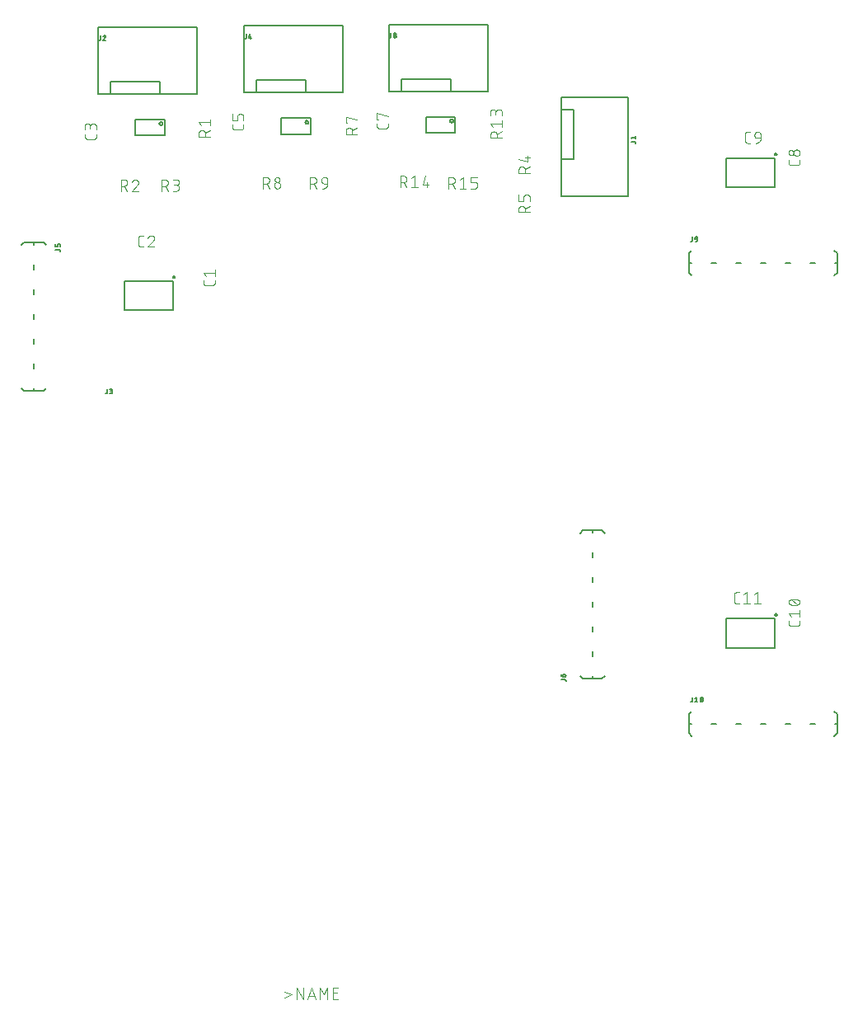
<source format=gbr>
G04 EAGLE Gerber RS-274X export*
G75*
%MOMM*%
%FSLAX34Y34*%
%LPD*%
%INSilkscreen Top*%
%IPPOS*%
%AMOC8*
5,1,8,0,0,1.08239X$1,22.5*%
G01*
%ADD10C,0.101600*%
%ADD11C,0.127000*%
%ADD12C,0.200000*%
%ADD13C,0.203200*%


D10*
X-50392Y64897D02*
X-42603Y61652D01*
X-50392Y58406D01*
X-37170Y57108D02*
X-37170Y68792D01*
X-30679Y57108D01*
X-30679Y68792D01*
X-22113Y68792D02*
X-26008Y57108D01*
X-18219Y57108D02*
X-22113Y68792D01*
X-19192Y60029D02*
X-25034Y60029D01*
X-13435Y57108D02*
X-13435Y68792D01*
X-9540Y62301D01*
X-5646Y68792D01*
X-5646Y57108D01*
X191Y57108D02*
X5384Y57108D01*
X191Y57108D02*
X191Y68792D01*
X5384Y68792D01*
X4085Y63599D02*
X191Y63599D01*
D11*
X-164620Y764520D02*
X-214620Y764520D01*
X-214620Y794520D01*
X-164620Y794520D01*
X-164620Y764520D01*
D12*
X-164620Y798520D02*
X-164618Y798583D01*
X-164612Y798645D01*
X-164602Y798707D01*
X-164589Y798769D01*
X-164571Y798829D01*
X-164550Y798888D01*
X-164525Y798946D01*
X-164496Y799002D01*
X-164464Y799056D01*
X-164429Y799108D01*
X-164391Y799157D01*
X-164349Y799205D01*
X-164305Y799249D01*
X-164257Y799291D01*
X-164208Y799329D01*
X-164156Y799364D01*
X-164102Y799396D01*
X-164046Y799425D01*
X-163988Y799450D01*
X-163929Y799471D01*
X-163869Y799489D01*
X-163807Y799502D01*
X-163745Y799512D01*
X-163683Y799518D01*
X-163620Y799520D01*
X-163557Y799518D01*
X-163495Y799512D01*
X-163433Y799502D01*
X-163371Y799489D01*
X-163311Y799471D01*
X-163252Y799450D01*
X-163194Y799425D01*
X-163138Y799396D01*
X-163084Y799364D01*
X-163032Y799329D01*
X-162983Y799291D01*
X-162935Y799249D01*
X-162891Y799205D01*
X-162849Y799157D01*
X-162811Y799108D01*
X-162776Y799056D01*
X-162744Y799002D01*
X-162715Y798946D01*
X-162690Y798888D01*
X-162669Y798829D01*
X-162651Y798769D01*
X-162638Y798707D01*
X-162628Y798645D01*
X-162622Y798583D01*
X-162620Y798520D01*
X-162622Y798457D01*
X-162628Y798395D01*
X-162638Y798333D01*
X-162651Y798271D01*
X-162669Y798211D01*
X-162690Y798152D01*
X-162715Y798094D01*
X-162744Y798038D01*
X-162776Y797984D01*
X-162811Y797932D01*
X-162849Y797883D01*
X-162891Y797835D01*
X-162935Y797791D01*
X-162983Y797749D01*
X-163032Y797711D01*
X-163084Y797676D01*
X-163138Y797644D01*
X-163194Y797615D01*
X-163252Y797590D01*
X-163311Y797569D01*
X-163371Y797551D01*
X-163433Y797538D01*
X-163495Y797528D01*
X-163557Y797522D01*
X-163620Y797520D01*
X-163683Y797522D01*
X-163745Y797528D01*
X-163807Y797538D01*
X-163869Y797551D01*
X-163929Y797569D01*
X-163988Y797590D01*
X-164046Y797615D01*
X-164102Y797644D01*
X-164156Y797676D01*
X-164208Y797711D01*
X-164257Y797749D01*
X-164305Y797791D01*
X-164349Y797835D01*
X-164391Y797883D01*
X-164429Y797932D01*
X-164464Y797984D01*
X-164496Y798038D01*
X-164525Y798094D01*
X-164550Y798152D01*
X-164571Y798211D01*
X-164589Y798271D01*
X-164602Y798333D01*
X-164612Y798395D01*
X-164618Y798457D01*
X-164620Y798520D01*
D10*
X-121438Y795251D02*
X-121438Y792654D01*
X-121440Y792555D01*
X-121446Y792455D01*
X-121455Y792356D01*
X-121468Y792258D01*
X-121485Y792160D01*
X-121506Y792062D01*
X-121531Y791966D01*
X-121559Y791871D01*
X-121591Y791777D01*
X-121626Y791684D01*
X-121665Y791592D01*
X-121708Y791502D01*
X-121753Y791414D01*
X-121803Y791327D01*
X-121855Y791243D01*
X-121911Y791160D01*
X-121969Y791080D01*
X-122031Y791002D01*
X-122096Y790927D01*
X-122164Y790854D01*
X-122234Y790784D01*
X-122307Y790716D01*
X-122382Y790651D01*
X-122460Y790589D01*
X-122540Y790531D01*
X-122623Y790475D01*
X-122707Y790423D01*
X-122794Y790373D01*
X-122882Y790328D01*
X-122972Y790285D01*
X-123064Y790246D01*
X-123157Y790211D01*
X-123251Y790179D01*
X-123346Y790151D01*
X-123442Y790126D01*
X-123540Y790105D01*
X-123638Y790088D01*
X-123736Y790075D01*
X-123835Y790066D01*
X-123935Y790060D01*
X-124034Y790058D01*
X-130526Y790058D01*
X-130625Y790060D01*
X-130725Y790066D01*
X-130824Y790075D01*
X-130922Y790088D01*
X-131020Y790105D01*
X-131118Y790126D01*
X-131214Y790151D01*
X-131309Y790179D01*
X-131403Y790211D01*
X-131496Y790246D01*
X-131588Y790285D01*
X-131678Y790328D01*
X-131766Y790373D01*
X-131853Y790423D01*
X-131937Y790475D01*
X-132020Y790531D01*
X-132100Y790589D01*
X-132178Y790651D01*
X-132253Y790716D01*
X-132326Y790784D01*
X-132396Y790854D01*
X-132464Y790927D01*
X-132529Y791002D01*
X-132591Y791080D01*
X-132649Y791160D01*
X-132705Y791243D01*
X-132757Y791327D01*
X-132807Y791414D01*
X-132852Y791502D01*
X-132895Y791592D01*
X-132934Y791684D01*
X-132969Y791776D01*
X-133001Y791871D01*
X-133029Y791966D01*
X-133054Y792062D01*
X-133075Y792160D01*
X-133092Y792258D01*
X-133105Y792356D01*
X-133114Y792455D01*
X-133120Y792555D01*
X-133122Y792654D01*
X-133122Y795251D01*
X-130526Y799616D02*
X-133122Y802862D01*
X-121438Y802862D01*
X-121438Y806107D02*
X-121438Y799616D01*
X-194634Y829558D02*
X-197231Y829558D01*
X-197330Y829560D01*
X-197430Y829566D01*
X-197529Y829575D01*
X-197627Y829588D01*
X-197725Y829605D01*
X-197823Y829626D01*
X-197919Y829651D01*
X-198014Y829679D01*
X-198108Y829711D01*
X-198201Y829746D01*
X-198293Y829785D01*
X-198383Y829828D01*
X-198471Y829873D01*
X-198558Y829923D01*
X-198642Y829975D01*
X-198725Y830031D01*
X-198805Y830089D01*
X-198883Y830151D01*
X-198958Y830216D01*
X-199031Y830284D01*
X-199101Y830354D01*
X-199169Y830427D01*
X-199234Y830502D01*
X-199296Y830580D01*
X-199354Y830660D01*
X-199410Y830743D01*
X-199462Y830827D01*
X-199512Y830914D01*
X-199557Y831002D01*
X-199600Y831092D01*
X-199639Y831184D01*
X-199674Y831277D01*
X-199706Y831371D01*
X-199734Y831466D01*
X-199759Y831562D01*
X-199780Y831660D01*
X-199797Y831758D01*
X-199810Y831856D01*
X-199819Y831955D01*
X-199825Y832055D01*
X-199827Y832154D01*
X-199827Y838646D01*
X-199825Y838745D01*
X-199819Y838845D01*
X-199810Y838944D01*
X-199797Y839042D01*
X-199780Y839140D01*
X-199759Y839238D01*
X-199734Y839334D01*
X-199706Y839429D01*
X-199674Y839523D01*
X-199639Y839616D01*
X-199600Y839708D01*
X-199557Y839798D01*
X-199512Y839886D01*
X-199462Y839973D01*
X-199410Y840057D01*
X-199354Y840140D01*
X-199296Y840220D01*
X-199234Y840298D01*
X-199169Y840373D01*
X-199101Y840446D01*
X-199031Y840516D01*
X-198958Y840584D01*
X-198883Y840649D01*
X-198805Y840711D01*
X-198725Y840769D01*
X-198642Y840825D01*
X-198558Y840877D01*
X-198471Y840927D01*
X-198383Y840972D01*
X-198293Y841015D01*
X-198201Y841054D01*
X-198108Y841089D01*
X-198014Y841121D01*
X-197919Y841149D01*
X-197823Y841174D01*
X-197725Y841195D01*
X-197627Y841212D01*
X-197529Y841225D01*
X-197430Y841234D01*
X-197330Y841240D01*
X-197231Y841242D01*
X-194634Y841242D01*
X-186699Y841242D02*
X-186592Y841240D01*
X-186486Y841234D01*
X-186380Y841224D01*
X-186274Y841211D01*
X-186168Y841193D01*
X-186064Y841172D01*
X-185960Y841147D01*
X-185857Y841118D01*
X-185756Y841086D01*
X-185656Y841049D01*
X-185557Y841009D01*
X-185459Y840966D01*
X-185363Y840919D01*
X-185269Y840868D01*
X-185177Y840814D01*
X-185087Y840757D01*
X-184999Y840697D01*
X-184914Y840633D01*
X-184831Y840566D01*
X-184750Y840496D01*
X-184672Y840424D01*
X-184596Y840348D01*
X-184524Y840270D01*
X-184454Y840189D01*
X-184387Y840106D01*
X-184323Y840021D01*
X-184263Y839933D01*
X-184206Y839843D01*
X-184152Y839751D01*
X-184101Y839657D01*
X-184054Y839561D01*
X-184011Y839463D01*
X-183971Y839364D01*
X-183934Y839264D01*
X-183902Y839163D01*
X-183873Y839060D01*
X-183848Y838956D01*
X-183827Y838852D01*
X-183809Y838746D01*
X-183796Y838640D01*
X-183786Y838534D01*
X-183780Y838428D01*
X-183778Y838321D01*
X-186699Y841242D02*
X-186820Y841240D01*
X-186941Y841234D01*
X-187061Y841224D01*
X-187182Y841211D01*
X-187301Y841193D01*
X-187421Y841172D01*
X-187539Y841147D01*
X-187656Y841118D01*
X-187773Y841085D01*
X-187888Y841049D01*
X-188002Y841008D01*
X-188115Y840965D01*
X-188227Y840917D01*
X-188336Y840866D01*
X-188444Y840811D01*
X-188551Y840753D01*
X-188655Y840692D01*
X-188757Y840627D01*
X-188857Y840559D01*
X-188955Y840488D01*
X-189051Y840414D01*
X-189144Y840337D01*
X-189234Y840256D01*
X-189322Y840173D01*
X-189407Y840087D01*
X-189490Y839998D01*
X-189569Y839907D01*
X-189646Y839813D01*
X-189719Y839717D01*
X-189789Y839619D01*
X-189856Y839518D01*
X-189920Y839415D01*
X-189981Y839310D01*
X-190038Y839203D01*
X-190091Y839095D01*
X-190141Y838985D01*
X-190187Y838873D01*
X-190230Y838760D01*
X-190269Y838645D01*
X-184752Y836049D02*
X-184673Y836127D01*
X-184597Y836207D01*
X-184524Y836290D01*
X-184454Y836376D01*
X-184387Y836463D01*
X-184323Y836554D01*
X-184263Y836646D01*
X-184205Y836740D01*
X-184151Y836837D01*
X-184101Y836935D01*
X-184054Y837035D01*
X-184010Y837136D01*
X-183970Y837239D01*
X-183934Y837344D01*
X-183902Y837449D01*
X-183873Y837556D01*
X-183848Y837663D01*
X-183826Y837772D01*
X-183809Y837881D01*
X-183795Y837990D01*
X-183786Y838100D01*
X-183780Y838211D01*
X-183778Y838321D01*
X-184752Y836049D02*
X-190269Y829558D01*
X-183778Y829558D01*
D13*
X-307390Y811360D02*
X-307390Y806280D01*
X-307390Y785960D02*
X-307390Y780880D01*
X-307390Y760560D02*
X-307390Y755480D01*
X-307390Y735160D02*
X-307390Y730080D01*
X-307390Y709760D02*
X-307390Y704680D01*
X-307390Y831680D02*
X-307390Y834220D01*
X-297484Y834220D01*
X-294690Y831426D01*
X-307390Y834220D02*
X-317296Y834220D01*
X-320090Y831426D01*
X-307390Y684360D02*
X-307390Y681820D01*
X-317296Y681820D01*
X-320090Y684614D01*
X-307390Y681820D02*
X-297484Y681820D01*
X-294690Y684614D01*
D11*
X-285165Y826686D02*
X-281411Y826686D01*
X-281346Y826684D01*
X-281282Y826678D01*
X-281218Y826668D01*
X-281154Y826655D01*
X-281092Y826637D01*
X-281031Y826616D01*
X-280971Y826592D01*
X-280913Y826563D01*
X-280856Y826531D01*
X-280802Y826496D01*
X-280750Y826458D01*
X-280700Y826416D01*
X-280653Y826372D01*
X-280609Y826325D01*
X-280567Y826275D01*
X-280529Y826223D01*
X-280494Y826169D01*
X-280462Y826112D01*
X-280433Y826054D01*
X-280409Y825994D01*
X-280388Y825933D01*
X-280370Y825871D01*
X-280357Y825807D01*
X-280347Y825743D01*
X-280341Y825679D01*
X-280339Y825614D01*
X-280339Y825077D01*
X-280339Y829634D02*
X-280339Y831243D01*
X-280341Y831308D01*
X-280347Y831372D01*
X-280357Y831436D01*
X-280370Y831500D01*
X-280388Y831562D01*
X-280409Y831623D01*
X-280433Y831683D01*
X-280462Y831741D01*
X-280494Y831798D01*
X-280529Y831852D01*
X-280567Y831904D01*
X-280609Y831954D01*
X-280653Y832001D01*
X-280700Y832045D01*
X-280750Y832087D01*
X-280802Y832125D01*
X-280856Y832160D01*
X-280913Y832192D01*
X-280971Y832221D01*
X-281031Y832245D01*
X-281092Y832266D01*
X-281154Y832284D01*
X-281218Y832297D01*
X-281282Y832307D01*
X-281346Y832313D01*
X-281411Y832315D01*
X-281948Y832315D01*
X-282013Y832313D01*
X-282077Y832307D01*
X-282141Y832297D01*
X-282205Y832284D01*
X-282267Y832266D01*
X-282328Y832245D01*
X-282388Y832221D01*
X-282446Y832192D01*
X-282503Y832160D01*
X-282557Y832125D01*
X-282609Y832087D01*
X-282659Y832045D01*
X-282706Y832001D01*
X-282750Y831954D01*
X-282792Y831904D01*
X-282830Y831852D01*
X-282865Y831798D01*
X-282897Y831741D01*
X-282926Y831683D01*
X-282950Y831623D01*
X-282971Y831562D01*
X-282989Y831500D01*
X-283002Y831436D01*
X-283012Y831372D01*
X-283018Y831308D01*
X-283020Y831243D01*
X-283020Y829634D01*
X-285165Y829634D01*
X-285165Y832315D01*
D13*
X266400Y413840D02*
X266400Y408760D01*
X266400Y434160D02*
X266400Y439240D01*
X266400Y459560D02*
X266400Y464640D01*
X266400Y484960D02*
X266400Y490040D01*
X266400Y510360D02*
X266400Y515440D01*
X266400Y388440D02*
X266400Y385900D01*
X256494Y385900D01*
X253700Y388694D01*
X266400Y385900D02*
X276306Y385900D01*
X279100Y388694D01*
X266400Y535760D02*
X266400Y538300D01*
X276306Y538300D01*
X279100Y535506D01*
X266400Y538300D02*
X256494Y538300D01*
X253700Y535506D01*
D11*
X238103Y385314D02*
X234349Y385314D01*
X238103Y385313D02*
X238168Y385311D01*
X238232Y385305D01*
X238296Y385295D01*
X238360Y385282D01*
X238422Y385264D01*
X238483Y385243D01*
X238543Y385219D01*
X238601Y385190D01*
X238658Y385158D01*
X238712Y385123D01*
X238764Y385085D01*
X238814Y385043D01*
X238861Y384999D01*
X238905Y384952D01*
X238947Y384902D01*
X238985Y384850D01*
X239020Y384796D01*
X239052Y384739D01*
X239081Y384681D01*
X239105Y384621D01*
X239126Y384560D01*
X239144Y384498D01*
X239157Y384434D01*
X239167Y384370D01*
X239173Y384306D01*
X239175Y384241D01*
X239175Y383705D01*
X236494Y388262D02*
X236494Y389870D01*
X236496Y389935D01*
X236502Y389999D01*
X236512Y390063D01*
X236525Y390127D01*
X236543Y390189D01*
X236564Y390250D01*
X236588Y390310D01*
X236617Y390368D01*
X236649Y390425D01*
X236684Y390479D01*
X236722Y390531D01*
X236764Y390581D01*
X236808Y390628D01*
X236855Y390672D01*
X236905Y390714D01*
X236957Y390752D01*
X237011Y390787D01*
X237068Y390819D01*
X237126Y390848D01*
X237186Y390872D01*
X237247Y390893D01*
X237309Y390911D01*
X237373Y390924D01*
X237437Y390934D01*
X237501Y390940D01*
X237566Y390942D01*
X237566Y390943D02*
X237834Y390943D01*
X237905Y390941D01*
X237977Y390935D01*
X238047Y390926D01*
X238117Y390913D01*
X238187Y390896D01*
X238255Y390875D01*
X238322Y390851D01*
X238388Y390823D01*
X238452Y390792D01*
X238515Y390757D01*
X238575Y390719D01*
X238634Y390678D01*
X238690Y390634D01*
X238744Y390587D01*
X238795Y390538D01*
X238843Y390485D01*
X238889Y390430D01*
X238931Y390373D01*
X238971Y390313D01*
X239007Y390252D01*
X239040Y390188D01*
X239069Y390123D01*
X239095Y390057D01*
X239118Y389989D01*
X239137Y389920D01*
X239152Y389850D01*
X239163Y389780D01*
X239171Y389709D01*
X239175Y389638D01*
X239175Y389566D01*
X239171Y389495D01*
X239163Y389424D01*
X239152Y389354D01*
X239137Y389284D01*
X239118Y389215D01*
X239095Y389147D01*
X239069Y389081D01*
X239040Y389016D01*
X239007Y388952D01*
X238971Y388891D01*
X238931Y388831D01*
X238889Y388774D01*
X238843Y388719D01*
X238795Y388666D01*
X238744Y388617D01*
X238690Y388570D01*
X238634Y388526D01*
X238575Y388485D01*
X238515Y388447D01*
X238452Y388412D01*
X238388Y388381D01*
X238322Y388353D01*
X238255Y388329D01*
X238187Y388308D01*
X238117Y388291D01*
X238047Y388278D01*
X237977Y388269D01*
X237905Y388263D01*
X237834Y388261D01*
X237834Y388262D02*
X236494Y388262D01*
X236403Y388264D01*
X236312Y388270D01*
X236222Y388279D01*
X236131Y388293D01*
X236042Y388310D01*
X235954Y388331D01*
X235866Y388356D01*
X235779Y388385D01*
X235694Y388417D01*
X235610Y388452D01*
X235528Y388492D01*
X235448Y388534D01*
X235369Y388580D01*
X235293Y388630D01*
X235219Y388682D01*
X235146Y388738D01*
X235077Y388797D01*
X235010Y388858D01*
X234945Y388923D01*
X234884Y388990D01*
X234825Y389059D01*
X234769Y389131D01*
X234717Y389206D01*
X234667Y389282D01*
X234621Y389361D01*
X234579Y389441D01*
X234539Y389523D01*
X234504Y389607D01*
X234472Y389692D01*
X234443Y389779D01*
X234418Y389866D01*
X234397Y389955D01*
X234380Y390044D01*
X234366Y390134D01*
X234357Y390225D01*
X234351Y390316D01*
X234349Y390407D01*
X-241300Y986790D02*
X-241300Y1055370D01*
X-139700Y1055370D02*
X-139700Y986790D01*
X-139700Y1055370D02*
X-241300Y1055370D01*
X-177800Y986790D02*
X-139700Y986790D01*
X-177800Y986790D02*
X-228600Y986790D01*
X-241300Y986790D01*
X-228600Y986790D02*
X-228600Y999490D01*
X-177800Y999490D01*
X-177800Y986790D01*
X-239056Y1043107D02*
X-239056Y1046861D01*
X-239057Y1043107D02*
X-239059Y1043042D01*
X-239065Y1042978D01*
X-239075Y1042914D01*
X-239088Y1042850D01*
X-239106Y1042788D01*
X-239127Y1042727D01*
X-239151Y1042667D01*
X-239180Y1042609D01*
X-239212Y1042552D01*
X-239247Y1042498D01*
X-239285Y1042446D01*
X-239327Y1042396D01*
X-239371Y1042349D01*
X-239418Y1042305D01*
X-239468Y1042263D01*
X-239520Y1042225D01*
X-239574Y1042190D01*
X-239631Y1042158D01*
X-239689Y1042129D01*
X-239749Y1042105D01*
X-239810Y1042084D01*
X-239872Y1042066D01*
X-239936Y1042053D01*
X-240000Y1042043D01*
X-240064Y1042037D01*
X-240129Y1042035D01*
X-240665Y1042035D01*
X-234634Y1046861D02*
X-234566Y1046859D01*
X-234499Y1046853D01*
X-234432Y1046844D01*
X-234365Y1046831D01*
X-234300Y1046814D01*
X-234235Y1046793D01*
X-234172Y1046769D01*
X-234110Y1046741D01*
X-234050Y1046710D01*
X-233992Y1046676D01*
X-233936Y1046638D01*
X-233881Y1046598D01*
X-233830Y1046554D01*
X-233781Y1046507D01*
X-233734Y1046458D01*
X-233690Y1046407D01*
X-233650Y1046352D01*
X-233612Y1046296D01*
X-233578Y1046238D01*
X-233547Y1046178D01*
X-233519Y1046116D01*
X-233495Y1046053D01*
X-233474Y1045988D01*
X-233457Y1045923D01*
X-233444Y1045856D01*
X-233435Y1045789D01*
X-233429Y1045722D01*
X-233427Y1045654D01*
X-234634Y1046861D02*
X-234712Y1046859D01*
X-234790Y1046853D01*
X-234867Y1046843D01*
X-234944Y1046830D01*
X-235020Y1046812D01*
X-235095Y1046791D01*
X-235169Y1046766D01*
X-235241Y1046737D01*
X-235312Y1046705D01*
X-235381Y1046669D01*
X-235449Y1046630D01*
X-235514Y1046587D01*
X-235577Y1046541D01*
X-235638Y1046492D01*
X-235696Y1046440D01*
X-235751Y1046385D01*
X-235804Y1046328D01*
X-235853Y1046268D01*
X-235900Y1046205D01*
X-235943Y1046140D01*
X-235983Y1046074D01*
X-236020Y1046005D01*
X-236053Y1045934D01*
X-236083Y1045862D01*
X-236109Y1045788D01*
X-233829Y1044716D02*
X-233780Y1044765D01*
X-233733Y1044817D01*
X-233690Y1044872D01*
X-233649Y1044929D01*
X-233611Y1044988D01*
X-233577Y1045049D01*
X-233546Y1045112D01*
X-233518Y1045176D01*
X-233494Y1045242D01*
X-233474Y1045308D01*
X-233457Y1045376D01*
X-233444Y1045445D01*
X-233435Y1045514D01*
X-233429Y1045584D01*
X-233427Y1045654D01*
X-233829Y1044716D02*
X-236108Y1042035D01*
X-233427Y1042035D01*
X-202960Y960750D02*
X-172960Y960750D01*
X-202960Y960750D02*
X-202960Y944250D01*
X-172960Y944250D01*
X-172960Y960750D01*
X-178290Y956440D02*
X-178288Y956520D01*
X-178282Y956600D01*
X-178272Y956680D01*
X-178258Y956759D01*
X-178241Y956837D01*
X-178219Y956914D01*
X-178194Y956990D01*
X-178165Y957065D01*
X-178132Y957138D01*
X-178096Y957209D01*
X-178056Y957279D01*
X-178013Y957346D01*
X-177966Y957412D01*
X-177917Y957474D01*
X-177864Y957535D01*
X-177808Y957593D01*
X-177750Y957647D01*
X-177689Y957699D01*
X-177625Y957748D01*
X-177560Y957794D01*
X-177492Y957836D01*
X-177421Y957875D01*
X-177350Y957911D01*
X-177276Y957942D01*
X-177201Y957971D01*
X-177125Y957995D01*
X-177047Y958015D01*
X-176969Y958032D01*
X-176890Y958045D01*
X-176810Y958054D01*
X-176730Y958059D01*
X-176650Y958060D01*
X-176570Y958057D01*
X-176490Y958050D01*
X-176411Y958039D01*
X-176332Y958024D01*
X-176254Y958006D01*
X-176177Y957983D01*
X-176101Y957957D01*
X-176027Y957927D01*
X-175954Y957893D01*
X-175883Y957856D01*
X-175814Y957815D01*
X-175747Y957771D01*
X-175682Y957724D01*
X-175620Y957674D01*
X-175560Y957620D01*
X-175503Y957564D01*
X-175449Y957505D01*
X-175398Y957443D01*
X-175350Y957379D01*
X-175305Y957313D01*
X-175264Y957244D01*
X-175226Y957174D01*
X-175191Y957101D01*
X-175160Y957027D01*
X-175133Y956952D01*
X-175110Y956875D01*
X-175090Y956798D01*
X-175074Y956719D01*
X-175062Y956640D01*
X-175054Y956560D01*
X-175050Y956480D01*
X-175050Y956400D01*
X-175054Y956320D01*
X-175062Y956240D01*
X-175074Y956161D01*
X-175090Y956082D01*
X-175110Y956005D01*
X-175133Y955928D01*
X-175160Y955853D01*
X-175191Y955779D01*
X-175226Y955706D01*
X-175264Y955636D01*
X-175305Y955567D01*
X-175350Y955501D01*
X-175398Y955437D01*
X-175449Y955375D01*
X-175503Y955316D01*
X-175560Y955260D01*
X-175620Y955206D01*
X-175682Y955156D01*
X-175747Y955109D01*
X-175814Y955065D01*
X-175883Y955024D01*
X-175954Y954987D01*
X-176027Y954953D01*
X-176101Y954923D01*
X-176177Y954897D01*
X-176254Y954874D01*
X-176332Y954856D01*
X-176411Y954841D01*
X-176490Y954830D01*
X-176570Y954823D01*
X-176650Y954820D01*
X-176730Y954821D01*
X-176810Y954826D01*
X-176890Y954835D01*
X-176969Y954848D01*
X-177047Y954865D01*
X-177125Y954885D01*
X-177201Y954909D01*
X-177276Y954938D01*
X-177350Y954969D01*
X-177421Y955005D01*
X-177492Y955044D01*
X-177560Y955086D01*
X-177625Y955132D01*
X-177689Y955181D01*
X-177750Y955233D01*
X-177808Y955287D01*
X-177864Y955345D01*
X-177917Y955406D01*
X-177966Y955468D01*
X-178013Y955534D01*
X-178056Y955601D01*
X-178096Y955671D01*
X-178132Y955742D01*
X-178165Y955815D01*
X-178194Y955890D01*
X-178219Y955966D01*
X-178241Y956043D01*
X-178258Y956121D01*
X-178272Y956200D01*
X-178282Y956280D01*
X-178288Y956360D01*
X-178290Y956440D01*
D10*
X-137922Y942848D02*
X-126238Y942848D01*
X-137922Y942848D02*
X-137922Y946094D01*
X-137920Y946207D01*
X-137914Y946320D01*
X-137904Y946433D01*
X-137890Y946546D01*
X-137873Y946658D01*
X-137851Y946769D01*
X-137826Y946879D01*
X-137796Y946989D01*
X-137763Y947097D01*
X-137726Y947204D01*
X-137686Y947310D01*
X-137641Y947414D01*
X-137593Y947517D01*
X-137542Y947618D01*
X-137487Y947717D01*
X-137429Y947814D01*
X-137367Y947909D01*
X-137302Y948002D01*
X-137234Y948092D01*
X-137163Y948180D01*
X-137088Y948266D01*
X-137011Y948349D01*
X-136931Y948429D01*
X-136848Y948506D01*
X-136762Y948581D01*
X-136674Y948652D01*
X-136584Y948720D01*
X-136491Y948785D01*
X-136396Y948847D01*
X-136299Y948905D01*
X-136200Y948960D01*
X-136099Y949011D01*
X-135996Y949059D01*
X-135892Y949104D01*
X-135786Y949144D01*
X-135679Y949181D01*
X-135571Y949214D01*
X-135461Y949244D01*
X-135351Y949269D01*
X-135240Y949291D01*
X-135128Y949308D01*
X-135015Y949322D01*
X-134902Y949332D01*
X-134789Y949338D01*
X-134676Y949340D01*
X-134563Y949338D01*
X-134450Y949332D01*
X-134337Y949322D01*
X-134224Y949308D01*
X-134112Y949291D01*
X-134001Y949269D01*
X-133891Y949244D01*
X-133781Y949214D01*
X-133673Y949181D01*
X-133566Y949144D01*
X-133460Y949104D01*
X-133356Y949059D01*
X-133253Y949011D01*
X-133152Y948960D01*
X-133053Y948905D01*
X-132956Y948847D01*
X-132861Y948785D01*
X-132768Y948720D01*
X-132678Y948652D01*
X-132590Y948581D01*
X-132504Y948506D01*
X-132421Y948429D01*
X-132341Y948349D01*
X-132264Y948266D01*
X-132189Y948180D01*
X-132118Y948092D01*
X-132050Y948002D01*
X-131985Y947909D01*
X-131923Y947814D01*
X-131865Y947717D01*
X-131810Y947618D01*
X-131759Y947517D01*
X-131711Y947414D01*
X-131666Y947310D01*
X-131626Y947204D01*
X-131589Y947097D01*
X-131556Y946989D01*
X-131526Y946879D01*
X-131501Y946769D01*
X-131479Y946658D01*
X-131462Y946546D01*
X-131448Y946433D01*
X-131438Y946320D01*
X-131432Y946207D01*
X-131430Y946094D01*
X-131431Y946094D02*
X-131431Y942848D01*
X-131431Y946743D02*
X-126238Y949339D01*
X-135326Y954204D02*
X-137922Y957450D01*
X-126238Y957450D01*
X-126238Y960695D02*
X-126238Y954204D01*
X-243078Y945501D02*
X-243078Y942904D01*
X-243080Y942805D01*
X-243086Y942705D01*
X-243095Y942606D01*
X-243108Y942508D01*
X-243125Y942410D01*
X-243146Y942312D01*
X-243171Y942216D01*
X-243199Y942121D01*
X-243231Y942027D01*
X-243266Y941934D01*
X-243305Y941842D01*
X-243348Y941752D01*
X-243393Y941664D01*
X-243443Y941577D01*
X-243495Y941493D01*
X-243551Y941410D01*
X-243609Y941330D01*
X-243671Y941252D01*
X-243736Y941177D01*
X-243804Y941104D01*
X-243874Y941034D01*
X-243947Y940966D01*
X-244022Y940901D01*
X-244100Y940839D01*
X-244180Y940781D01*
X-244263Y940725D01*
X-244347Y940673D01*
X-244434Y940623D01*
X-244522Y940578D01*
X-244612Y940535D01*
X-244704Y940496D01*
X-244797Y940461D01*
X-244891Y940429D01*
X-244986Y940401D01*
X-245082Y940376D01*
X-245180Y940355D01*
X-245278Y940338D01*
X-245376Y940325D01*
X-245475Y940316D01*
X-245575Y940310D01*
X-245674Y940308D01*
X-252166Y940308D01*
X-252265Y940310D01*
X-252365Y940316D01*
X-252464Y940325D01*
X-252562Y940338D01*
X-252660Y940355D01*
X-252758Y940376D01*
X-252854Y940401D01*
X-252949Y940429D01*
X-253043Y940461D01*
X-253136Y940496D01*
X-253228Y940535D01*
X-253318Y940578D01*
X-253406Y940623D01*
X-253493Y940673D01*
X-253577Y940725D01*
X-253660Y940781D01*
X-253740Y940839D01*
X-253818Y940901D01*
X-253893Y940966D01*
X-253966Y941034D01*
X-254036Y941104D01*
X-254104Y941177D01*
X-254169Y941252D01*
X-254231Y941330D01*
X-254289Y941410D01*
X-254345Y941493D01*
X-254397Y941577D01*
X-254447Y941664D01*
X-254492Y941752D01*
X-254535Y941842D01*
X-254574Y941934D01*
X-254609Y942026D01*
X-254641Y942121D01*
X-254669Y942216D01*
X-254694Y942312D01*
X-254715Y942410D01*
X-254732Y942508D01*
X-254745Y942606D01*
X-254754Y942705D01*
X-254760Y942805D01*
X-254762Y942904D01*
X-254762Y945501D01*
X-243078Y949866D02*
X-243078Y953112D01*
X-243080Y953225D01*
X-243086Y953338D01*
X-243096Y953451D01*
X-243110Y953564D01*
X-243127Y953676D01*
X-243149Y953787D01*
X-243174Y953897D01*
X-243204Y954007D01*
X-243237Y954115D01*
X-243274Y954222D01*
X-243314Y954328D01*
X-243359Y954432D01*
X-243407Y954535D01*
X-243458Y954636D01*
X-243513Y954735D01*
X-243571Y954832D01*
X-243633Y954927D01*
X-243698Y955020D01*
X-243766Y955110D01*
X-243837Y955198D01*
X-243912Y955284D01*
X-243989Y955367D01*
X-244069Y955447D01*
X-244152Y955524D01*
X-244238Y955599D01*
X-244326Y955670D01*
X-244416Y955738D01*
X-244509Y955803D01*
X-244604Y955865D01*
X-244701Y955923D01*
X-244800Y955978D01*
X-244901Y956029D01*
X-245004Y956077D01*
X-245108Y956122D01*
X-245214Y956162D01*
X-245321Y956199D01*
X-245429Y956232D01*
X-245539Y956262D01*
X-245649Y956287D01*
X-245760Y956309D01*
X-245872Y956326D01*
X-245985Y956340D01*
X-246098Y956350D01*
X-246211Y956356D01*
X-246324Y956358D01*
X-246437Y956356D01*
X-246550Y956350D01*
X-246663Y956340D01*
X-246776Y956326D01*
X-246888Y956309D01*
X-246999Y956287D01*
X-247109Y956262D01*
X-247219Y956232D01*
X-247327Y956199D01*
X-247434Y956162D01*
X-247540Y956122D01*
X-247644Y956077D01*
X-247747Y956029D01*
X-247848Y955978D01*
X-247947Y955923D01*
X-248044Y955865D01*
X-248139Y955803D01*
X-248232Y955738D01*
X-248322Y955670D01*
X-248410Y955599D01*
X-248496Y955524D01*
X-248579Y955447D01*
X-248659Y955367D01*
X-248736Y955284D01*
X-248811Y955198D01*
X-248882Y955110D01*
X-248950Y955020D01*
X-249015Y954927D01*
X-249077Y954832D01*
X-249135Y954735D01*
X-249190Y954636D01*
X-249241Y954535D01*
X-249289Y954432D01*
X-249334Y954328D01*
X-249374Y954222D01*
X-249411Y954115D01*
X-249444Y954007D01*
X-249474Y953897D01*
X-249499Y953787D01*
X-249521Y953676D01*
X-249538Y953564D01*
X-249552Y953451D01*
X-249562Y953338D01*
X-249568Y953225D01*
X-249570Y953112D01*
X-254762Y953761D02*
X-254762Y949866D01*
X-254762Y953761D02*
X-254760Y953862D01*
X-254754Y953962D01*
X-254744Y954062D01*
X-254731Y954162D01*
X-254713Y954261D01*
X-254692Y954360D01*
X-254667Y954457D01*
X-254638Y954554D01*
X-254605Y954649D01*
X-254569Y954743D01*
X-254529Y954835D01*
X-254486Y954926D01*
X-254439Y955015D01*
X-254389Y955102D01*
X-254335Y955188D01*
X-254278Y955271D01*
X-254218Y955351D01*
X-254155Y955430D01*
X-254088Y955506D01*
X-254019Y955579D01*
X-253947Y955649D01*
X-253873Y955717D01*
X-253796Y955782D01*
X-253716Y955843D01*
X-253634Y955902D01*
X-253550Y955957D01*
X-253464Y956009D01*
X-253376Y956058D01*
X-253286Y956103D01*
X-253194Y956145D01*
X-253101Y956183D01*
X-253006Y956217D01*
X-252911Y956248D01*
X-252814Y956275D01*
X-252716Y956298D01*
X-252617Y956318D01*
X-252517Y956333D01*
X-252417Y956345D01*
X-252317Y956353D01*
X-252216Y956357D01*
X-252116Y956357D01*
X-252015Y956353D01*
X-251915Y956345D01*
X-251815Y956333D01*
X-251715Y956318D01*
X-251616Y956298D01*
X-251518Y956275D01*
X-251421Y956248D01*
X-251326Y956217D01*
X-251231Y956183D01*
X-251138Y956145D01*
X-251046Y956103D01*
X-250956Y956058D01*
X-250868Y956009D01*
X-250782Y955957D01*
X-250698Y955902D01*
X-250616Y955843D01*
X-250536Y955782D01*
X-250459Y955717D01*
X-250385Y955649D01*
X-250313Y955579D01*
X-250244Y955506D01*
X-250177Y955430D01*
X-250114Y955351D01*
X-250054Y955271D01*
X-249997Y955188D01*
X-249943Y955102D01*
X-249893Y955015D01*
X-249846Y954926D01*
X-249803Y954835D01*
X-249763Y954743D01*
X-249727Y954649D01*
X-249694Y954554D01*
X-249665Y954457D01*
X-249640Y954360D01*
X-249619Y954261D01*
X-249601Y954162D01*
X-249588Y954062D01*
X-249578Y953962D01*
X-249572Y953862D01*
X-249570Y953761D01*
X-249569Y953761D02*
X-249569Y951164D01*
X-217932Y898652D02*
X-217932Y886968D01*
X-217932Y898652D02*
X-214686Y898652D01*
X-214573Y898650D01*
X-214460Y898644D01*
X-214347Y898634D01*
X-214234Y898620D01*
X-214122Y898603D01*
X-214011Y898581D01*
X-213901Y898556D01*
X-213791Y898526D01*
X-213683Y898493D01*
X-213576Y898456D01*
X-213470Y898416D01*
X-213366Y898371D01*
X-213263Y898323D01*
X-213162Y898272D01*
X-213063Y898217D01*
X-212966Y898159D01*
X-212871Y898097D01*
X-212778Y898032D01*
X-212688Y897964D01*
X-212600Y897893D01*
X-212514Y897818D01*
X-212431Y897741D01*
X-212351Y897661D01*
X-212274Y897578D01*
X-212199Y897492D01*
X-212128Y897404D01*
X-212060Y897314D01*
X-211995Y897221D01*
X-211933Y897126D01*
X-211875Y897029D01*
X-211820Y896930D01*
X-211769Y896829D01*
X-211721Y896726D01*
X-211676Y896622D01*
X-211636Y896516D01*
X-211599Y896409D01*
X-211566Y896301D01*
X-211536Y896191D01*
X-211511Y896081D01*
X-211489Y895970D01*
X-211472Y895858D01*
X-211458Y895745D01*
X-211448Y895632D01*
X-211442Y895519D01*
X-211440Y895406D01*
X-211442Y895293D01*
X-211448Y895180D01*
X-211458Y895067D01*
X-211472Y894954D01*
X-211489Y894842D01*
X-211511Y894731D01*
X-211536Y894621D01*
X-211566Y894511D01*
X-211599Y894403D01*
X-211636Y894296D01*
X-211676Y894190D01*
X-211721Y894086D01*
X-211769Y893983D01*
X-211820Y893882D01*
X-211875Y893783D01*
X-211933Y893686D01*
X-211995Y893591D01*
X-212060Y893498D01*
X-212128Y893408D01*
X-212199Y893320D01*
X-212274Y893234D01*
X-212351Y893151D01*
X-212431Y893071D01*
X-212514Y892994D01*
X-212600Y892919D01*
X-212688Y892848D01*
X-212778Y892780D01*
X-212871Y892715D01*
X-212966Y892653D01*
X-213063Y892595D01*
X-213162Y892540D01*
X-213263Y892489D01*
X-213366Y892441D01*
X-213470Y892396D01*
X-213576Y892356D01*
X-213683Y892319D01*
X-213791Y892286D01*
X-213901Y892256D01*
X-214011Y892231D01*
X-214122Y892209D01*
X-214234Y892192D01*
X-214347Y892178D01*
X-214460Y892168D01*
X-214573Y892162D01*
X-214686Y892160D01*
X-214686Y892161D02*
X-217932Y892161D01*
X-214037Y892161D02*
X-211441Y886968D01*
X-200085Y895731D02*
X-200087Y895838D01*
X-200093Y895944D01*
X-200103Y896050D01*
X-200116Y896156D01*
X-200134Y896262D01*
X-200155Y896366D01*
X-200180Y896470D01*
X-200209Y896573D01*
X-200241Y896674D01*
X-200278Y896774D01*
X-200318Y896873D01*
X-200361Y896971D01*
X-200408Y897067D01*
X-200459Y897161D01*
X-200513Y897253D01*
X-200570Y897343D01*
X-200630Y897431D01*
X-200694Y897516D01*
X-200761Y897599D01*
X-200831Y897680D01*
X-200903Y897758D01*
X-200979Y897834D01*
X-201057Y897906D01*
X-201138Y897976D01*
X-201221Y898043D01*
X-201306Y898107D01*
X-201394Y898167D01*
X-201484Y898224D01*
X-201576Y898278D01*
X-201670Y898329D01*
X-201766Y898376D01*
X-201864Y898419D01*
X-201963Y898459D01*
X-202063Y898496D01*
X-202164Y898528D01*
X-202267Y898557D01*
X-202371Y898582D01*
X-202475Y898603D01*
X-202581Y898621D01*
X-202687Y898634D01*
X-202793Y898644D01*
X-202899Y898650D01*
X-203006Y898652D01*
X-203127Y898650D01*
X-203248Y898644D01*
X-203368Y898634D01*
X-203489Y898621D01*
X-203608Y898603D01*
X-203728Y898582D01*
X-203846Y898557D01*
X-203963Y898528D01*
X-204080Y898495D01*
X-204195Y898459D01*
X-204309Y898418D01*
X-204422Y898375D01*
X-204534Y898327D01*
X-204643Y898276D01*
X-204751Y898221D01*
X-204858Y898163D01*
X-204962Y898102D01*
X-205064Y898037D01*
X-205164Y897969D01*
X-205262Y897898D01*
X-205358Y897824D01*
X-205451Y897747D01*
X-205541Y897666D01*
X-205629Y897583D01*
X-205714Y897497D01*
X-205797Y897408D01*
X-205876Y897317D01*
X-205953Y897223D01*
X-206026Y897127D01*
X-206096Y897029D01*
X-206163Y896928D01*
X-206227Y896825D01*
X-206288Y896720D01*
X-206345Y896613D01*
X-206398Y896505D01*
X-206448Y896395D01*
X-206494Y896283D01*
X-206537Y896170D01*
X-206576Y896055D01*
X-201059Y893459D02*
X-200980Y893537D01*
X-200904Y893617D01*
X-200831Y893700D01*
X-200761Y893786D01*
X-200694Y893873D01*
X-200630Y893964D01*
X-200570Y894056D01*
X-200512Y894150D01*
X-200458Y894247D01*
X-200408Y894345D01*
X-200361Y894445D01*
X-200317Y894546D01*
X-200277Y894649D01*
X-200241Y894754D01*
X-200209Y894859D01*
X-200180Y894966D01*
X-200155Y895073D01*
X-200133Y895182D01*
X-200116Y895291D01*
X-200102Y895400D01*
X-200093Y895510D01*
X-200087Y895621D01*
X-200085Y895731D01*
X-201058Y893459D02*
X-206576Y886968D01*
X-200085Y886968D01*
X-176022Y886968D02*
X-176022Y898652D01*
X-172776Y898652D01*
X-172663Y898650D01*
X-172550Y898644D01*
X-172437Y898634D01*
X-172324Y898620D01*
X-172212Y898603D01*
X-172101Y898581D01*
X-171991Y898556D01*
X-171881Y898526D01*
X-171773Y898493D01*
X-171666Y898456D01*
X-171560Y898416D01*
X-171456Y898371D01*
X-171353Y898323D01*
X-171252Y898272D01*
X-171153Y898217D01*
X-171056Y898159D01*
X-170961Y898097D01*
X-170868Y898032D01*
X-170778Y897964D01*
X-170690Y897893D01*
X-170604Y897818D01*
X-170521Y897741D01*
X-170441Y897661D01*
X-170364Y897578D01*
X-170289Y897492D01*
X-170218Y897404D01*
X-170150Y897314D01*
X-170085Y897221D01*
X-170023Y897126D01*
X-169965Y897029D01*
X-169910Y896930D01*
X-169859Y896829D01*
X-169811Y896726D01*
X-169766Y896622D01*
X-169726Y896516D01*
X-169689Y896409D01*
X-169656Y896301D01*
X-169626Y896191D01*
X-169601Y896081D01*
X-169579Y895970D01*
X-169562Y895858D01*
X-169548Y895745D01*
X-169538Y895632D01*
X-169532Y895519D01*
X-169530Y895406D01*
X-169532Y895293D01*
X-169538Y895180D01*
X-169548Y895067D01*
X-169562Y894954D01*
X-169579Y894842D01*
X-169601Y894731D01*
X-169626Y894621D01*
X-169656Y894511D01*
X-169689Y894403D01*
X-169726Y894296D01*
X-169766Y894190D01*
X-169811Y894086D01*
X-169859Y893983D01*
X-169910Y893882D01*
X-169965Y893783D01*
X-170023Y893686D01*
X-170085Y893591D01*
X-170150Y893498D01*
X-170218Y893408D01*
X-170289Y893320D01*
X-170364Y893234D01*
X-170441Y893151D01*
X-170521Y893071D01*
X-170604Y892994D01*
X-170690Y892919D01*
X-170778Y892848D01*
X-170868Y892780D01*
X-170961Y892715D01*
X-171056Y892653D01*
X-171153Y892595D01*
X-171252Y892540D01*
X-171353Y892489D01*
X-171456Y892441D01*
X-171560Y892396D01*
X-171666Y892356D01*
X-171773Y892319D01*
X-171881Y892286D01*
X-171991Y892256D01*
X-172101Y892231D01*
X-172212Y892209D01*
X-172324Y892192D01*
X-172437Y892178D01*
X-172550Y892168D01*
X-172663Y892162D01*
X-172776Y892160D01*
X-172776Y892161D02*
X-176022Y892161D01*
X-172127Y892161D02*
X-169531Y886968D01*
X-164666Y886968D02*
X-161420Y886968D01*
X-161307Y886970D01*
X-161194Y886976D01*
X-161081Y886986D01*
X-160968Y887000D01*
X-160856Y887017D01*
X-160745Y887039D01*
X-160635Y887064D01*
X-160525Y887094D01*
X-160417Y887127D01*
X-160310Y887164D01*
X-160204Y887204D01*
X-160100Y887249D01*
X-159997Y887297D01*
X-159896Y887348D01*
X-159797Y887403D01*
X-159700Y887461D01*
X-159605Y887523D01*
X-159512Y887588D01*
X-159422Y887656D01*
X-159334Y887727D01*
X-159248Y887802D01*
X-159165Y887879D01*
X-159085Y887959D01*
X-159008Y888042D01*
X-158933Y888128D01*
X-158862Y888216D01*
X-158794Y888306D01*
X-158729Y888399D01*
X-158667Y888494D01*
X-158609Y888591D01*
X-158554Y888690D01*
X-158503Y888791D01*
X-158455Y888894D01*
X-158410Y888998D01*
X-158370Y889104D01*
X-158333Y889211D01*
X-158300Y889319D01*
X-158270Y889429D01*
X-158245Y889539D01*
X-158223Y889650D01*
X-158206Y889762D01*
X-158192Y889875D01*
X-158182Y889988D01*
X-158176Y890101D01*
X-158174Y890214D01*
X-158176Y890327D01*
X-158182Y890440D01*
X-158192Y890553D01*
X-158206Y890666D01*
X-158223Y890778D01*
X-158245Y890889D01*
X-158270Y890999D01*
X-158300Y891109D01*
X-158333Y891217D01*
X-158370Y891324D01*
X-158410Y891430D01*
X-158455Y891534D01*
X-158503Y891637D01*
X-158554Y891738D01*
X-158609Y891837D01*
X-158667Y891934D01*
X-158729Y892029D01*
X-158794Y892122D01*
X-158862Y892212D01*
X-158933Y892300D01*
X-159008Y892386D01*
X-159085Y892469D01*
X-159165Y892549D01*
X-159248Y892626D01*
X-159334Y892701D01*
X-159422Y892772D01*
X-159512Y892840D01*
X-159605Y892905D01*
X-159700Y892967D01*
X-159797Y893025D01*
X-159896Y893080D01*
X-159997Y893131D01*
X-160100Y893179D01*
X-160204Y893224D01*
X-160310Y893264D01*
X-160417Y893301D01*
X-160525Y893334D01*
X-160635Y893364D01*
X-160745Y893389D01*
X-160856Y893411D01*
X-160968Y893428D01*
X-161081Y893442D01*
X-161194Y893452D01*
X-161307Y893458D01*
X-161420Y893460D01*
X-160771Y898652D02*
X-164666Y898652D01*
X-160771Y898652D02*
X-160670Y898650D01*
X-160570Y898644D01*
X-160470Y898634D01*
X-160370Y898621D01*
X-160271Y898603D01*
X-160172Y898582D01*
X-160075Y898557D01*
X-159978Y898528D01*
X-159883Y898495D01*
X-159789Y898459D01*
X-159697Y898419D01*
X-159606Y898376D01*
X-159517Y898329D01*
X-159430Y898279D01*
X-159344Y898225D01*
X-159261Y898168D01*
X-159181Y898108D01*
X-159102Y898045D01*
X-159026Y897978D01*
X-158953Y897909D01*
X-158883Y897837D01*
X-158815Y897763D01*
X-158750Y897686D01*
X-158689Y897606D01*
X-158630Y897524D01*
X-158575Y897440D01*
X-158523Y897354D01*
X-158474Y897266D01*
X-158429Y897176D01*
X-158387Y897084D01*
X-158349Y896991D01*
X-158315Y896896D01*
X-158284Y896801D01*
X-158257Y896704D01*
X-158234Y896606D01*
X-158214Y896507D01*
X-158199Y896407D01*
X-158187Y896307D01*
X-158179Y896207D01*
X-158175Y896106D01*
X-158175Y896006D01*
X-158179Y895905D01*
X-158187Y895805D01*
X-158199Y895705D01*
X-158214Y895605D01*
X-158234Y895506D01*
X-158257Y895408D01*
X-158284Y895311D01*
X-158315Y895216D01*
X-158349Y895121D01*
X-158387Y895028D01*
X-158429Y894936D01*
X-158474Y894846D01*
X-158523Y894758D01*
X-158575Y894672D01*
X-158630Y894588D01*
X-158689Y894506D01*
X-158750Y894426D01*
X-158815Y894349D01*
X-158883Y894275D01*
X-158953Y894203D01*
X-159026Y894134D01*
X-159102Y894067D01*
X-159181Y894004D01*
X-159261Y893944D01*
X-159344Y893887D01*
X-159430Y893833D01*
X-159517Y893783D01*
X-159606Y893736D01*
X-159697Y893693D01*
X-159789Y893653D01*
X-159883Y893617D01*
X-159978Y893584D01*
X-160075Y893555D01*
X-160172Y893530D01*
X-160271Y893509D01*
X-160370Y893491D01*
X-160470Y893478D01*
X-160570Y893468D01*
X-160670Y893462D01*
X-160771Y893460D01*
X-160771Y893459D02*
X-163367Y893459D01*
D11*
X-91440Y988060D02*
X-91440Y1056640D01*
X10160Y1056640D02*
X10160Y988060D01*
X10160Y1056640D02*
X-91440Y1056640D01*
X-27940Y988060D02*
X10160Y988060D01*
X-27940Y988060D02*
X-78740Y988060D01*
X-91440Y988060D01*
X-78740Y988060D02*
X-78740Y1000760D01*
X-27940Y1000760D01*
X-27940Y988060D01*
X-89196Y1044377D02*
X-89196Y1048131D01*
X-89197Y1044377D02*
X-89199Y1044312D01*
X-89205Y1044248D01*
X-89215Y1044184D01*
X-89228Y1044120D01*
X-89246Y1044058D01*
X-89267Y1043997D01*
X-89291Y1043937D01*
X-89320Y1043879D01*
X-89352Y1043822D01*
X-89387Y1043768D01*
X-89425Y1043716D01*
X-89467Y1043666D01*
X-89511Y1043619D01*
X-89558Y1043575D01*
X-89608Y1043533D01*
X-89660Y1043495D01*
X-89714Y1043460D01*
X-89771Y1043428D01*
X-89829Y1043399D01*
X-89889Y1043375D01*
X-89950Y1043354D01*
X-90012Y1043336D01*
X-90076Y1043323D01*
X-90140Y1043313D01*
X-90204Y1043307D01*
X-90269Y1043305D01*
X-90805Y1043305D01*
X-86248Y1044377D02*
X-85176Y1048131D01*
X-86248Y1044377D02*
X-83567Y1044377D01*
X-84372Y1043305D02*
X-84372Y1045450D01*
X-53100Y962020D02*
X-23100Y962020D01*
X-53100Y962020D02*
X-53100Y945520D01*
X-23100Y945520D01*
X-23100Y962020D01*
X-28430Y957710D02*
X-28428Y957790D01*
X-28422Y957870D01*
X-28412Y957950D01*
X-28398Y958029D01*
X-28381Y958107D01*
X-28359Y958184D01*
X-28334Y958260D01*
X-28305Y958335D01*
X-28272Y958408D01*
X-28236Y958479D01*
X-28196Y958549D01*
X-28153Y958616D01*
X-28106Y958682D01*
X-28057Y958744D01*
X-28004Y958805D01*
X-27948Y958863D01*
X-27890Y958917D01*
X-27829Y958969D01*
X-27765Y959018D01*
X-27700Y959064D01*
X-27632Y959106D01*
X-27561Y959145D01*
X-27490Y959181D01*
X-27416Y959212D01*
X-27341Y959241D01*
X-27265Y959265D01*
X-27187Y959285D01*
X-27109Y959302D01*
X-27030Y959315D01*
X-26950Y959324D01*
X-26870Y959329D01*
X-26790Y959330D01*
X-26710Y959327D01*
X-26630Y959320D01*
X-26551Y959309D01*
X-26472Y959294D01*
X-26394Y959276D01*
X-26317Y959253D01*
X-26241Y959227D01*
X-26167Y959197D01*
X-26094Y959163D01*
X-26023Y959126D01*
X-25954Y959085D01*
X-25887Y959041D01*
X-25822Y958994D01*
X-25760Y958944D01*
X-25700Y958890D01*
X-25643Y958834D01*
X-25589Y958775D01*
X-25538Y958713D01*
X-25490Y958649D01*
X-25445Y958583D01*
X-25404Y958514D01*
X-25366Y958444D01*
X-25331Y958371D01*
X-25300Y958297D01*
X-25273Y958222D01*
X-25250Y958145D01*
X-25230Y958068D01*
X-25214Y957989D01*
X-25202Y957910D01*
X-25194Y957830D01*
X-25190Y957750D01*
X-25190Y957670D01*
X-25194Y957590D01*
X-25202Y957510D01*
X-25214Y957431D01*
X-25230Y957352D01*
X-25250Y957275D01*
X-25273Y957198D01*
X-25300Y957123D01*
X-25331Y957049D01*
X-25366Y956976D01*
X-25404Y956906D01*
X-25445Y956837D01*
X-25490Y956771D01*
X-25538Y956707D01*
X-25589Y956645D01*
X-25643Y956586D01*
X-25700Y956530D01*
X-25760Y956476D01*
X-25822Y956426D01*
X-25887Y956379D01*
X-25954Y956335D01*
X-26023Y956294D01*
X-26094Y956257D01*
X-26167Y956223D01*
X-26241Y956193D01*
X-26317Y956167D01*
X-26394Y956144D01*
X-26472Y956126D01*
X-26551Y956111D01*
X-26630Y956100D01*
X-26710Y956093D01*
X-26790Y956090D01*
X-26870Y956091D01*
X-26950Y956096D01*
X-27030Y956105D01*
X-27109Y956118D01*
X-27187Y956135D01*
X-27265Y956155D01*
X-27341Y956179D01*
X-27416Y956208D01*
X-27490Y956239D01*
X-27561Y956275D01*
X-27632Y956314D01*
X-27700Y956356D01*
X-27765Y956402D01*
X-27829Y956451D01*
X-27890Y956503D01*
X-27948Y956557D01*
X-28004Y956615D01*
X-28057Y956676D01*
X-28106Y956738D01*
X-28153Y956804D01*
X-28196Y956871D01*
X-28236Y956941D01*
X-28272Y957012D01*
X-28305Y957085D01*
X-28334Y957160D01*
X-28359Y957236D01*
X-28381Y957313D01*
X-28398Y957391D01*
X-28412Y957470D01*
X-28422Y957550D01*
X-28428Y957630D01*
X-28430Y957710D01*
D10*
X13208Y945388D02*
X24892Y945388D01*
X13208Y945388D02*
X13208Y948634D01*
X13210Y948747D01*
X13216Y948860D01*
X13226Y948973D01*
X13240Y949086D01*
X13257Y949198D01*
X13279Y949309D01*
X13304Y949419D01*
X13334Y949529D01*
X13367Y949637D01*
X13404Y949744D01*
X13444Y949850D01*
X13489Y949954D01*
X13537Y950057D01*
X13588Y950158D01*
X13643Y950257D01*
X13701Y950354D01*
X13763Y950449D01*
X13828Y950542D01*
X13896Y950632D01*
X13967Y950720D01*
X14042Y950806D01*
X14119Y950889D01*
X14199Y950969D01*
X14282Y951046D01*
X14368Y951121D01*
X14456Y951192D01*
X14546Y951260D01*
X14639Y951325D01*
X14734Y951387D01*
X14831Y951445D01*
X14930Y951500D01*
X15031Y951551D01*
X15134Y951599D01*
X15238Y951644D01*
X15344Y951684D01*
X15451Y951721D01*
X15559Y951754D01*
X15669Y951784D01*
X15779Y951809D01*
X15890Y951831D01*
X16002Y951848D01*
X16115Y951862D01*
X16228Y951872D01*
X16341Y951878D01*
X16454Y951880D01*
X16567Y951878D01*
X16680Y951872D01*
X16793Y951862D01*
X16906Y951848D01*
X17018Y951831D01*
X17129Y951809D01*
X17239Y951784D01*
X17349Y951754D01*
X17457Y951721D01*
X17564Y951684D01*
X17670Y951644D01*
X17774Y951599D01*
X17877Y951551D01*
X17978Y951500D01*
X18077Y951445D01*
X18174Y951387D01*
X18269Y951325D01*
X18362Y951260D01*
X18452Y951192D01*
X18540Y951121D01*
X18626Y951046D01*
X18709Y950969D01*
X18789Y950889D01*
X18866Y950806D01*
X18941Y950720D01*
X19012Y950632D01*
X19080Y950542D01*
X19145Y950449D01*
X19207Y950354D01*
X19265Y950257D01*
X19320Y950158D01*
X19371Y950057D01*
X19419Y949954D01*
X19464Y949850D01*
X19504Y949744D01*
X19541Y949637D01*
X19574Y949529D01*
X19604Y949419D01*
X19629Y949309D01*
X19651Y949198D01*
X19668Y949086D01*
X19682Y948973D01*
X19692Y948860D01*
X19698Y948747D01*
X19700Y948634D01*
X19699Y948634D02*
X19699Y945388D01*
X19699Y949283D02*
X24892Y951879D01*
X14506Y956744D02*
X13208Y956744D01*
X13208Y963235D01*
X24892Y959990D01*
X-91948Y955106D02*
X-91948Y952509D01*
X-91950Y952410D01*
X-91956Y952310D01*
X-91965Y952211D01*
X-91978Y952113D01*
X-91995Y952015D01*
X-92016Y951917D01*
X-92041Y951821D01*
X-92069Y951726D01*
X-92101Y951632D01*
X-92136Y951539D01*
X-92175Y951447D01*
X-92218Y951357D01*
X-92263Y951269D01*
X-92313Y951182D01*
X-92365Y951098D01*
X-92421Y951015D01*
X-92479Y950935D01*
X-92541Y950857D01*
X-92606Y950782D01*
X-92674Y950709D01*
X-92744Y950639D01*
X-92817Y950571D01*
X-92892Y950506D01*
X-92970Y950444D01*
X-93050Y950386D01*
X-93133Y950330D01*
X-93217Y950278D01*
X-93304Y950228D01*
X-93392Y950183D01*
X-93482Y950140D01*
X-93574Y950101D01*
X-93667Y950066D01*
X-93761Y950034D01*
X-93856Y950006D01*
X-93952Y949981D01*
X-94050Y949960D01*
X-94148Y949943D01*
X-94246Y949930D01*
X-94345Y949921D01*
X-94445Y949915D01*
X-94544Y949913D01*
X-101036Y949913D01*
X-101135Y949915D01*
X-101235Y949921D01*
X-101334Y949930D01*
X-101432Y949943D01*
X-101530Y949960D01*
X-101628Y949981D01*
X-101724Y950006D01*
X-101819Y950034D01*
X-101913Y950066D01*
X-102006Y950101D01*
X-102098Y950140D01*
X-102188Y950183D01*
X-102276Y950228D01*
X-102363Y950278D01*
X-102447Y950330D01*
X-102530Y950386D01*
X-102610Y950444D01*
X-102688Y950506D01*
X-102763Y950571D01*
X-102836Y950639D01*
X-102906Y950709D01*
X-102974Y950782D01*
X-103039Y950857D01*
X-103101Y950935D01*
X-103159Y951015D01*
X-103215Y951098D01*
X-103267Y951182D01*
X-103317Y951269D01*
X-103362Y951357D01*
X-103405Y951447D01*
X-103444Y951539D01*
X-103479Y951631D01*
X-103511Y951726D01*
X-103539Y951821D01*
X-103564Y951917D01*
X-103585Y952015D01*
X-103602Y952113D01*
X-103615Y952211D01*
X-103624Y952310D01*
X-103630Y952410D01*
X-103632Y952509D01*
X-103632Y955106D01*
X-91948Y959471D02*
X-91948Y963366D01*
X-91950Y963465D01*
X-91956Y963565D01*
X-91965Y963664D01*
X-91978Y963762D01*
X-91995Y963860D01*
X-92016Y963958D01*
X-92041Y964054D01*
X-92069Y964149D01*
X-92101Y964243D01*
X-92136Y964336D01*
X-92175Y964428D01*
X-92218Y964518D01*
X-92263Y964606D01*
X-92313Y964693D01*
X-92365Y964777D01*
X-92421Y964860D01*
X-92479Y964940D01*
X-92541Y965018D01*
X-92606Y965093D01*
X-92674Y965166D01*
X-92744Y965236D01*
X-92817Y965304D01*
X-92892Y965369D01*
X-92970Y965431D01*
X-93050Y965489D01*
X-93133Y965545D01*
X-93217Y965597D01*
X-93304Y965647D01*
X-93392Y965692D01*
X-93482Y965735D01*
X-93574Y965774D01*
X-93667Y965809D01*
X-93761Y965841D01*
X-93856Y965869D01*
X-93952Y965894D01*
X-94050Y965915D01*
X-94148Y965932D01*
X-94246Y965945D01*
X-94345Y965954D01*
X-94445Y965960D01*
X-94544Y965962D01*
X-95843Y965962D01*
X-95942Y965960D01*
X-96042Y965954D01*
X-96141Y965945D01*
X-96239Y965932D01*
X-96337Y965915D01*
X-96435Y965894D01*
X-96531Y965869D01*
X-96626Y965841D01*
X-96720Y965809D01*
X-96813Y965774D01*
X-96905Y965735D01*
X-96995Y965692D01*
X-97083Y965647D01*
X-97170Y965597D01*
X-97254Y965545D01*
X-97337Y965489D01*
X-97417Y965431D01*
X-97495Y965369D01*
X-97570Y965304D01*
X-97643Y965236D01*
X-97713Y965166D01*
X-97781Y965093D01*
X-97846Y965018D01*
X-97908Y964940D01*
X-97966Y964860D01*
X-98022Y964777D01*
X-98074Y964693D01*
X-98124Y964606D01*
X-98169Y964518D01*
X-98212Y964428D01*
X-98251Y964336D01*
X-98286Y964243D01*
X-98318Y964149D01*
X-98346Y964054D01*
X-98371Y963958D01*
X-98392Y963860D01*
X-98409Y963762D01*
X-98422Y963664D01*
X-98431Y963565D01*
X-98437Y963465D01*
X-98439Y963366D01*
X-98439Y959471D01*
X-103632Y959471D01*
X-103632Y965962D01*
X-71882Y901192D02*
X-71882Y889508D01*
X-71882Y901192D02*
X-68636Y901192D01*
X-68523Y901190D01*
X-68410Y901184D01*
X-68297Y901174D01*
X-68184Y901160D01*
X-68072Y901143D01*
X-67961Y901121D01*
X-67851Y901096D01*
X-67741Y901066D01*
X-67633Y901033D01*
X-67526Y900996D01*
X-67420Y900956D01*
X-67316Y900911D01*
X-67213Y900863D01*
X-67112Y900812D01*
X-67013Y900757D01*
X-66916Y900699D01*
X-66821Y900637D01*
X-66728Y900572D01*
X-66638Y900504D01*
X-66550Y900433D01*
X-66464Y900358D01*
X-66381Y900281D01*
X-66301Y900201D01*
X-66224Y900118D01*
X-66149Y900032D01*
X-66078Y899944D01*
X-66010Y899854D01*
X-65945Y899761D01*
X-65883Y899666D01*
X-65825Y899569D01*
X-65770Y899470D01*
X-65719Y899369D01*
X-65671Y899266D01*
X-65626Y899162D01*
X-65586Y899056D01*
X-65549Y898949D01*
X-65516Y898841D01*
X-65486Y898731D01*
X-65461Y898621D01*
X-65439Y898510D01*
X-65422Y898398D01*
X-65408Y898285D01*
X-65398Y898172D01*
X-65392Y898059D01*
X-65390Y897946D01*
X-65392Y897833D01*
X-65398Y897720D01*
X-65408Y897607D01*
X-65422Y897494D01*
X-65439Y897382D01*
X-65461Y897271D01*
X-65486Y897161D01*
X-65516Y897051D01*
X-65549Y896943D01*
X-65586Y896836D01*
X-65626Y896730D01*
X-65671Y896626D01*
X-65719Y896523D01*
X-65770Y896422D01*
X-65825Y896323D01*
X-65883Y896226D01*
X-65945Y896131D01*
X-66010Y896038D01*
X-66078Y895948D01*
X-66149Y895860D01*
X-66224Y895774D01*
X-66301Y895691D01*
X-66381Y895611D01*
X-66464Y895534D01*
X-66550Y895459D01*
X-66638Y895388D01*
X-66728Y895320D01*
X-66821Y895255D01*
X-66916Y895193D01*
X-67013Y895135D01*
X-67112Y895080D01*
X-67213Y895029D01*
X-67316Y894981D01*
X-67420Y894936D01*
X-67526Y894896D01*
X-67633Y894859D01*
X-67741Y894826D01*
X-67851Y894796D01*
X-67961Y894771D01*
X-68072Y894749D01*
X-68184Y894732D01*
X-68297Y894718D01*
X-68410Y894708D01*
X-68523Y894702D01*
X-68636Y894700D01*
X-68636Y894701D02*
X-71882Y894701D01*
X-67987Y894701D02*
X-65391Y889508D01*
X-60526Y892754D02*
X-60524Y892867D01*
X-60518Y892980D01*
X-60508Y893093D01*
X-60494Y893206D01*
X-60477Y893318D01*
X-60455Y893429D01*
X-60430Y893539D01*
X-60400Y893649D01*
X-60367Y893757D01*
X-60330Y893864D01*
X-60290Y893970D01*
X-60245Y894074D01*
X-60197Y894177D01*
X-60146Y894278D01*
X-60091Y894377D01*
X-60033Y894474D01*
X-59971Y894569D01*
X-59906Y894662D01*
X-59838Y894752D01*
X-59767Y894840D01*
X-59692Y894926D01*
X-59615Y895009D01*
X-59535Y895089D01*
X-59452Y895166D01*
X-59366Y895241D01*
X-59278Y895312D01*
X-59188Y895380D01*
X-59095Y895445D01*
X-59000Y895507D01*
X-58903Y895565D01*
X-58804Y895620D01*
X-58703Y895671D01*
X-58600Y895719D01*
X-58496Y895764D01*
X-58390Y895804D01*
X-58283Y895841D01*
X-58175Y895874D01*
X-58065Y895904D01*
X-57955Y895929D01*
X-57844Y895951D01*
X-57732Y895968D01*
X-57619Y895982D01*
X-57506Y895992D01*
X-57393Y895998D01*
X-57280Y896000D01*
X-57167Y895998D01*
X-57054Y895992D01*
X-56941Y895982D01*
X-56828Y895968D01*
X-56716Y895951D01*
X-56605Y895929D01*
X-56495Y895904D01*
X-56385Y895874D01*
X-56277Y895841D01*
X-56170Y895804D01*
X-56064Y895764D01*
X-55960Y895719D01*
X-55857Y895671D01*
X-55756Y895620D01*
X-55657Y895565D01*
X-55560Y895507D01*
X-55465Y895445D01*
X-55372Y895380D01*
X-55282Y895312D01*
X-55194Y895241D01*
X-55108Y895166D01*
X-55025Y895089D01*
X-54945Y895009D01*
X-54868Y894926D01*
X-54793Y894840D01*
X-54722Y894752D01*
X-54654Y894662D01*
X-54589Y894569D01*
X-54527Y894474D01*
X-54469Y894377D01*
X-54414Y894278D01*
X-54363Y894177D01*
X-54315Y894074D01*
X-54270Y893970D01*
X-54230Y893864D01*
X-54193Y893757D01*
X-54160Y893649D01*
X-54130Y893539D01*
X-54105Y893429D01*
X-54083Y893318D01*
X-54066Y893206D01*
X-54052Y893093D01*
X-54042Y892980D01*
X-54036Y892867D01*
X-54034Y892754D01*
X-54036Y892641D01*
X-54042Y892528D01*
X-54052Y892415D01*
X-54066Y892302D01*
X-54083Y892190D01*
X-54105Y892079D01*
X-54130Y891969D01*
X-54160Y891859D01*
X-54193Y891751D01*
X-54230Y891644D01*
X-54270Y891538D01*
X-54315Y891434D01*
X-54363Y891331D01*
X-54414Y891230D01*
X-54469Y891131D01*
X-54527Y891034D01*
X-54589Y890939D01*
X-54654Y890846D01*
X-54722Y890756D01*
X-54793Y890668D01*
X-54868Y890582D01*
X-54945Y890499D01*
X-55025Y890419D01*
X-55108Y890342D01*
X-55194Y890267D01*
X-55282Y890196D01*
X-55372Y890128D01*
X-55465Y890063D01*
X-55560Y890001D01*
X-55657Y889943D01*
X-55756Y889888D01*
X-55857Y889837D01*
X-55960Y889789D01*
X-56064Y889744D01*
X-56170Y889704D01*
X-56277Y889667D01*
X-56385Y889634D01*
X-56495Y889604D01*
X-56605Y889579D01*
X-56716Y889557D01*
X-56828Y889540D01*
X-56941Y889526D01*
X-57054Y889516D01*
X-57167Y889510D01*
X-57280Y889508D01*
X-57393Y889510D01*
X-57506Y889516D01*
X-57619Y889526D01*
X-57732Y889540D01*
X-57844Y889557D01*
X-57955Y889579D01*
X-58065Y889604D01*
X-58175Y889634D01*
X-58283Y889667D01*
X-58390Y889704D01*
X-58496Y889744D01*
X-58600Y889789D01*
X-58703Y889837D01*
X-58804Y889888D01*
X-58903Y889943D01*
X-59000Y890001D01*
X-59095Y890063D01*
X-59188Y890128D01*
X-59278Y890196D01*
X-59366Y890267D01*
X-59452Y890342D01*
X-59535Y890419D01*
X-59615Y890499D01*
X-59692Y890582D01*
X-59767Y890668D01*
X-59838Y890756D01*
X-59906Y890846D01*
X-59971Y890939D01*
X-60033Y891034D01*
X-60091Y891131D01*
X-60146Y891230D01*
X-60197Y891331D01*
X-60245Y891434D01*
X-60290Y891538D01*
X-60330Y891644D01*
X-60367Y891751D01*
X-60400Y891859D01*
X-60430Y891969D01*
X-60455Y892079D01*
X-60477Y892190D01*
X-60494Y892302D01*
X-60508Y892415D01*
X-60518Y892528D01*
X-60524Y892641D01*
X-60526Y892754D01*
X-59876Y898596D02*
X-59874Y898697D01*
X-59868Y898797D01*
X-59858Y898897D01*
X-59845Y898997D01*
X-59827Y899096D01*
X-59806Y899195D01*
X-59781Y899292D01*
X-59752Y899389D01*
X-59719Y899484D01*
X-59683Y899578D01*
X-59643Y899670D01*
X-59600Y899761D01*
X-59553Y899850D01*
X-59503Y899937D01*
X-59449Y900023D01*
X-59392Y900106D01*
X-59332Y900186D01*
X-59269Y900265D01*
X-59202Y900341D01*
X-59133Y900414D01*
X-59061Y900484D01*
X-58987Y900552D01*
X-58910Y900617D01*
X-58830Y900678D01*
X-58748Y900737D01*
X-58664Y900792D01*
X-58578Y900844D01*
X-58490Y900893D01*
X-58400Y900938D01*
X-58308Y900980D01*
X-58215Y901018D01*
X-58120Y901052D01*
X-58025Y901083D01*
X-57928Y901110D01*
X-57830Y901133D01*
X-57731Y901153D01*
X-57631Y901168D01*
X-57531Y901180D01*
X-57431Y901188D01*
X-57330Y901192D01*
X-57230Y901192D01*
X-57129Y901188D01*
X-57029Y901180D01*
X-56929Y901168D01*
X-56829Y901153D01*
X-56730Y901133D01*
X-56632Y901110D01*
X-56535Y901083D01*
X-56440Y901052D01*
X-56345Y901018D01*
X-56252Y900980D01*
X-56160Y900938D01*
X-56070Y900893D01*
X-55982Y900844D01*
X-55896Y900792D01*
X-55812Y900737D01*
X-55730Y900678D01*
X-55650Y900617D01*
X-55573Y900552D01*
X-55499Y900484D01*
X-55427Y900414D01*
X-55358Y900341D01*
X-55291Y900265D01*
X-55228Y900186D01*
X-55168Y900106D01*
X-55111Y900023D01*
X-55057Y899937D01*
X-55007Y899850D01*
X-54960Y899761D01*
X-54917Y899670D01*
X-54877Y899578D01*
X-54841Y899484D01*
X-54808Y899389D01*
X-54779Y899292D01*
X-54754Y899195D01*
X-54733Y899096D01*
X-54715Y898997D01*
X-54702Y898897D01*
X-54692Y898797D01*
X-54686Y898697D01*
X-54684Y898596D01*
X-54686Y898495D01*
X-54692Y898395D01*
X-54702Y898295D01*
X-54715Y898195D01*
X-54733Y898096D01*
X-54754Y897997D01*
X-54779Y897900D01*
X-54808Y897803D01*
X-54841Y897708D01*
X-54877Y897614D01*
X-54917Y897522D01*
X-54960Y897431D01*
X-55007Y897342D01*
X-55057Y897255D01*
X-55111Y897169D01*
X-55168Y897086D01*
X-55228Y897006D01*
X-55291Y896927D01*
X-55358Y896851D01*
X-55427Y896778D01*
X-55499Y896708D01*
X-55573Y896640D01*
X-55650Y896575D01*
X-55730Y896514D01*
X-55812Y896455D01*
X-55896Y896400D01*
X-55982Y896348D01*
X-56070Y896299D01*
X-56160Y896254D01*
X-56252Y896212D01*
X-56345Y896174D01*
X-56440Y896140D01*
X-56535Y896109D01*
X-56632Y896082D01*
X-56730Y896059D01*
X-56829Y896039D01*
X-56929Y896024D01*
X-57029Y896012D01*
X-57129Y896004D01*
X-57230Y896000D01*
X-57330Y896000D01*
X-57431Y896004D01*
X-57531Y896012D01*
X-57631Y896024D01*
X-57731Y896039D01*
X-57830Y896059D01*
X-57928Y896082D01*
X-58025Y896109D01*
X-58120Y896140D01*
X-58215Y896174D01*
X-58308Y896212D01*
X-58400Y896254D01*
X-58490Y896299D01*
X-58578Y896348D01*
X-58664Y896400D01*
X-58748Y896455D01*
X-58830Y896514D01*
X-58910Y896575D01*
X-58987Y896640D01*
X-59061Y896708D01*
X-59133Y896778D01*
X-59202Y896851D01*
X-59269Y896927D01*
X-59332Y897006D01*
X-59392Y897086D01*
X-59449Y897169D01*
X-59503Y897255D01*
X-59553Y897342D01*
X-59600Y897431D01*
X-59643Y897522D01*
X-59683Y897614D01*
X-59719Y897708D01*
X-59752Y897803D01*
X-59781Y897900D01*
X-59806Y897997D01*
X-59827Y898096D01*
X-59845Y898195D01*
X-59858Y898295D01*
X-59868Y898395D01*
X-59874Y898495D01*
X-59876Y898596D01*
X-23435Y901192D02*
X-23435Y889508D01*
X-23435Y901192D02*
X-20190Y901192D01*
X-20077Y901190D01*
X-19964Y901184D01*
X-19851Y901174D01*
X-19738Y901160D01*
X-19626Y901143D01*
X-19515Y901121D01*
X-19405Y901096D01*
X-19295Y901066D01*
X-19187Y901033D01*
X-19080Y900996D01*
X-18974Y900956D01*
X-18870Y900911D01*
X-18767Y900863D01*
X-18666Y900812D01*
X-18567Y900757D01*
X-18470Y900699D01*
X-18375Y900637D01*
X-18282Y900572D01*
X-18192Y900504D01*
X-18104Y900433D01*
X-18018Y900358D01*
X-17935Y900281D01*
X-17855Y900201D01*
X-17778Y900118D01*
X-17703Y900032D01*
X-17632Y899944D01*
X-17564Y899854D01*
X-17499Y899761D01*
X-17437Y899666D01*
X-17379Y899569D01*
X-17324Y899470D01*
X-17273Y899369D01*
X-17225Y899266D01*
X-17180Y899162D01*
X-17140Y899056D01*
X-17103Y898949D01*
X-17070Y898841D01*
X-17040Y898731D01*
X-17015Y898621D01*
X-16993Y898510D01*
X-16976Y898398D01*
X-16962Y898285D01*
X-16952Y898172D01*
X-16946Y898059D01*
X-16944Y897946D01*
X-16946Y897833D01*
X-16952Y897720D01*
X-16962Y897607D01*
X-16976Y897494D01*
X-16993Y897382D01*
X-17015Y897271D01*
X-17040Y897161D01*
X-17070Y897051D01*
X-17103Y896943D01*
X-17140Y896836D01*
X-17180Y896730D01*
X-17225Y896626D01*
X-17273Y896523D01*
X-17324Y896422D01*
X-17379Y896323D01*
X-17437Y896226D01*
X-17499Y896131D01*
X-17564Y896038D01*
X-17632Y895948D01*
X-17703Y895860D01*
X-17778Y895774D01*
X-17855Y895691D01*
X-17935Y895611D01*
X-18018Y895534D01*
X-18104Y895459D01*
X-18192Y895388D01*
X-18282Y895320D01*
X-18375Y895255D01*
X-18470Y895193D01*
X-18567Y895135D01*
X-18666Y895080D01*
X-18767Y895029D01*
X-18870Y894981D01*
X-18974Y894936D01*
X-19080Y894896D01*
X-19187Y894859D01*
X-19295Y894826D01*
X-19405Y894796D01*
X-19515Y894771D01*
X-19626Y894749D01*
X-19738Y894732D01*
X-19851Y894718D01*
X-19964Y894708D01*
X-20077Y894702D01*
X-20190Y894700D01*
X-20190Y894701D02*
X-23435Y894701D01*
X-19541Y894701D02*
X-16944Y889508D01*
X-9483Y894701D02*
X-5588Y894701D01*
X-9483Y894701D02*
X-9582Y894703D01*
X-9682Y894709D01*
X-9781Y894718D01*
X-9879Y894731D01*
X-9977Y894748D01*
X-10075Y894769D01*
X-10171Y894794D01*
X-10266Y894822D01*
X-10360Y894854D01*
X-10453Y894889D01*
X-10545Y894928D01*
X-10635Y894971D01*
X-10723Y895016D01*
X-10810Y895066D01*
X-10894Y895118D01*
X-10977Y895174D01*
X-11057Y895232D01*
X-11135Y895294D01*
X-11210Y895359D01*
X-11283Y895427D01*
X-11353Y895497D01*
X-11421Y895570D01*
X-11486Y895645D01*
X-11548Y895723D01*
X-11606Y895803D01*
X-11662Y895886D01*
X-11714Y895970D01*
X-11764Y896057D01*
X-11809Y896145D01*
X-11852Y896235D01*
X-11891Y896327D01*
X-11926Y896420D01*
X-11958Y896514D01*
X-11986Y896609D01*
X-12011Y896705D01*
X-12032Y896803D01*
X-12049Y896901D01*
X-12062Y896999D01*
X-12071Y897098D01*
X-12077Y897198D01*
X-12079Y897297D01*
X-12079Y897946D01*
X-12080Y897946D02*
X-12078Y898059D01*
X-12072Y898172D01*
X-12062Y898285D01*
X-12048Y898398D01*
X-12031Y898510D01*
X-12009Y898621D01*
X-11984Y898731D01*
X-11954Y898841D01*
X-11921Y898949D01*
X-11884Y899056D01*
X-11844Y899162D01*
X-11799Y899266D01*
X-11751Y899369D01*
X-11700Y899470D01*
X-11645Y899569D01*
X-11587Y899666D01*
X-11525Y899761D01*
X-11460Y899854D01*
X-11392Y899944D01*
X-11321Y900032D01*
X-11246Y900118D01*
X-11169Y900201D01*
X-11089Y900281D01*
X-11006Y900358D01*
X-10920Y900433D01*
X-10832Y900504D01*
X-10742Y900572D01*
X-10649Y900637D01*
X-10554Y900699D01*
X-10457Y900757D01*
X-10358Y900812D01*
X-10257Y900863D01*
X-10154Y900911D01*
X-10050Y900956D01*
X-9944Y900996D01*
X-9837Y901033D01*
X-9729Y901066D01*
X-9619Y901096D01*
X-9509Y901121D01*
X-9398Y901143D01*
X-9286Y901160D01*
X-9173Y901174D01*
X-9060Y901184D01*
X-8947Y901190D01*
X-8834Y901192D01*
X-8721Y901190D01*
X-8608Y901184D01*
X-8495Y901174D01*
X-8382Y901160D01*
X-8270Y901143D01*
X-8159Y901121D01*
X-8049Y901096D01*
X-7939Y901066D01*
X-7831Y901033D01*
X-7724Y900996D01*
X-7618Y900956D01*
X-7514Y900911D01*
X-7411Y900863D01*
X-7310Y900812D01*
X-7211Y900757D01*
X-7114Y900699D01*
X-7019Y900637D01*
X-6926Y900572D01*
X-6836Y900504D01*
X-6748Y900433D01*
X-6662Y900358D01*
X-6579Y900281D01*
X-6499Y900201D01*
X-6422Y900118D01*
X-6347Y900032D01*
X-6276Y899944D01*
X-6208Y899854D01*
X-6143Y899761D01*
X-6081Y899666D01*
X-6023Y899569D01*
X-5968Y899470D01*
X-5917Y899369D01*
X-5869Y899266D01*
X-5824Y899162D01*
X-5784Y899056D01*
X-5747Y898949D01*
X-5714Y898841D01*
X-5684Y898731D01*
X-5659Y898621D01*
X-5637Y898510D01*
X-5620Y898398D01*
X-5606Y898285D01*
X-5596Y898172D01*
X-5590Y898059D01*
X-5588Y897946D01*
X-5588Y894701D01*
X-5590Y894558D01*
X-5596Y894415D01*
X-5606Y894272D01*
X-5620Y894130D01*
X-5637Y893988D01*
X-5659Y893846D01*
X-5684Y893705D01*
X-5714Y893565D01*
X-5747Y893426D01*
X-5784Y893288D01*
X-5825Y893151D01*
X-5869Y893015D01*
X-5918Y892880D01*
X-5970Y892747D01*
X-6025Y892615D01*
X-6085Y892485D01*
X-6148Y892356D01*
X-6214Y892229D01*
X-6284Y892105D01*
X-6357Y891982D01*
X-6434Y891861D01*
X-6514Y891742D01*
X-6597Y891626D01*
X-6683Y891511D01*
X-6772Y891400D01*
X-6865Y891290D01*
X-6960Y891184D01*
X-7059Y891080D01*
X-7160Y890979D01*
X-7264Y890880D01*
X-7370Y890785D01*
X-7480Y890692D01*
X-7591Y890603D01*
X-7706Y890517D01*
X-7822Y890434D01*
X-7941Y890354D01*
X-8062Y890277D01*
X-8185Y890204D01*
X-8309Y890134D01*
X-8436Y890068D01*
X-8565Y890005D01*
X-8695Y889945D01*
X-8827Y889890D01*
X-8960Y889838D01*
X-9095Y889789D01*
X-9231Y889745D01*
X-9368Y889704D01*
X-9506Y889667D01*
X-9645Y889634D01*
X-9785Y889604D01*
X-9926Y889579D01*
X-10068Y889557D01*
X-10210Y889540D01*
X-10352Y889526D01*
X-10495Y889516D01*
X-10638Y889510D01*
X-10781Y889508D01*
D11*
X57150Y989330D02*
X57150Y1057910D01*
X158750Y1057910D02*
X158750Y989330D01*
X158750Y1057910D02*
X57150Y1057910D01*
X120650Y989330D02*
X158750Y989330D01*
X120650Y989330D02*
X69850Y989330D01*
X57150Y989330D01*
X69850Y989330D02*
X69850Y1002030D01*
X120650Y1002030D01*
X120650Y989330D01*
X59394Y1045647D02*
X59394Y1049401D01*
X59393Y1045647D02*
X59391Y1045582D01*
X59385Y1045518D01*
X59375Y1045454D01*
X59362Y1045390D01*
X59344Y1045328D01*
X59323Y1045267D01*
X59299Y1045207D01*
X59270Y1045149D01*
X59238Y1045092D01*
X59203Y1045038D01*
X59165Y1044986D01*
X59123Y1044936D01*
X59079Y1044889D01*
X59032Y1044845D01*
X58982Y1044803D01*
X58930Y1044765D01*
X58876Y1044730D01*
X58819Y1044698D01*
X58761Y1044669D01*
X58701Y1044645D01*
X58640Y1044624D01*
X58578Y1044606D01*
X58514Y1044593D01*
X58450Y1044583D01*
X58386Y1044577D01*
X58321Y1044575D01*
X57785Y1044575D01*
X62341Y1045916D02*
X62343Y1045987D01*
X62349Y1046059D01*
X62358Y1046129D01*
X62371Y1046199D01*
X62388Y1046269D01*
X62409Y1046337D01*
X62433Y1046404D01*
X62461Y1046470D01*
X62492Y1046534D01*
X62527Y1046597D01*
X62565Y1046657D01*
X62606Y1046716D01*
X62650Y1046772D01*
X62697Y1046826D01*
X62746Y1046877D01*
X62799Y1046925D01*
X62854Y1046971D01*
X62911Y1047013D01*
X62971Y1047053D01*
X63032Y1047089D01*
X63096Y1047122D01*
X63161Y1047151D01*
X63227Y1047177D01*
X63295Y1047200D01*
X63364Y1047219D01*
X63434Y1047234D01*
X63504Y1047245D01*
X63575Y1047253D01*
X63646Y1047257D01*
X63718Y1047257D01*
X63789Y1047253D01*
X63860Y1047245D01*
X63930Y1047234D01*
X64000Y1047219D01*
X64069Y1047200D01*
X64137Y1047177D01*
X64203Y1047151D01*
X64268Y1047122D01*
X64332Y1047089D01*
X64393Y1047053D01*
X64453Y1047013D01*
X64510Y1046971D01*
X64565Y1046925D01*
X64618Y1046877D01*
X64667Y1046826D01*
X64714Y1046772D01*
X64758Y1046716D01*
X64799Y1046657D01*
X64837Y1046597D01*
X64872Y1046534D01*
X64903Y1046470D01*
X64931Y1046404D01*
X64955Y1046337D01*
X64976Y1046269D01*
X64993Y1046199D01*
X65006Y1046129D01*
X65015Y1046059D01*
X65021Y1045987D01*
X65023Y1045916D01*
X65021Y1045845D01*
X65015Y1045773D01*
X65006Y1045703D01*
X64993Y1045633D01*
X64976Y1045563D01*
X64955Y1045495D01*
X64931Y1045428D01*
X64903Y1045362D01*
X64872Y1045298D01*
X64837Y1045235D01*
X64799Y1045175D01*
X64758Y1045116D01*
X64714Y1045060D01*
X64667Y1045006D01*
X64618Y1044955D01*
X64565Y1044907D01*
X64510Y1044861D01*
X64453Y1044819D01*
X64393Y1044779D01*
X64332Y1044743D01*
X64268Y1044710D01*
X64203Y1044681D01*
X64137Y1044655D01*
X64069Y1044632D01*
X64000Y1044613D01*
X63930Y1044598D01*
X63860Y1044587D01*
X63789Y1044579D01*
X63718Y1044575D01*
X63646Y1044575D01*
X63575Y1044579D01*
X63504Y1044587D01*
X63434Y1044598D01*
X63364Y1044613D01*
X63295Y1044632D01*
X63227Y1044655D01*
X63161Y1044681D01*
X63096Y1044710D01*
X63032Y1044743D01*
X62971Y1044779D01*
X62911Y1044819D01*
X62854Y1044861D01*
X62799Y1044907D01*
X62746Y1044955D01*
X62697Y1045006D01*
X62650Y1045060D01*
X62606Y1045116D01*
X62565Y1045175D01*
X62527Y1045235D01*
X62492Y1045298D01*
X62461Y1045362D01*
X62433Y1045428D01*
X62409Y1045495D01*
X62388Y1045563D01*
X62371Y1045633D01*
X62358Y1045703D01*
X62349Y1045773D01*
X62343Y1045845D01*
X62341Y1045916D01*
X62610Y1048329D02*
X62612Y1048394D01*
X62618Y1048458D01*
X62628Y1048522D01*
X62641Y1048586D01*
X62659Y1048648D01*
X62680Y1048709D01*
X62704Y1048769D01*
X62733Y1048827D01*
X62765Y1048884D01*
X62800Y1048938D01*
X62838Y1048990D01*
X62880Y1049040D01*
X62924Y1049087D01*
X62971Y1049131D01*
X63021Y1049173D01*
X63073Y1049211D01*
X63127Y1049246D01*
X63184Y1049278D01*
X63242Y1049307D01*
X63302Y1049331D01*
X63363Y1049352D01*
X63425Y1049370D01*
X63489Y1049383D01*
X63553Y1049393D01*
X63617Y1049399D01*
X63682Y1049401D01*
X63747Y1049399D01*
X63811Y1049393D01*
X63875Y1049383D01*
X63939Y1049370D01*
X64001Y1049352D01*
X64062Y1049331D01*
X64122Y1049307D01*
X64180Y1049278D01*
X64237Y1049246D01*
X64291Y1049211D01*
X64343Y1049173D01*
X64393Y1049131D01*
X64440Y1049087D01*
X64484Y1049040D01*
X64526Y1048990D01*
X64564Y1048938D01*
X64599Y1048884D01*
X64631Y1048827D01*
X64660Y1048769D01*
X64684Y1048709D01*
X64705Y1048648D01*
X64723Y1048586D01*
X64736Y1048522D01*
X64746Y1048458D01*
X64752Y1048394D01*
X64754Y1048329D01*
X64752Y1048264D01*
X64746Y1048200D01*
X64736Y1048136D01*
X64723Y1048072D01*
X64705Y1048010D01*
X64684Y1047949D01*
X64660Y1047889D01*
X64631Y1047831D01*
X64599Y1047774D01*
X64564Y1047720D01*
X64526Y1047668D01*
X64484Y1047618D01*
X64440Y1047571D01*
X64393Y1047527D01*
X64343Y1047485D01*
X64291Y1047447D01*
X64237Y1047412D01*
X64180Y1047380D01*
X64122Y1047351D01*
X64062Y1047327D01*
X64001Y1047306D01*
X63939Y1047288D01*
X63875Y1047275D01*
X63811Y1047265D01*
X63747Y1047259D01*
X63682Y1047257D01*
X63617Y1047259D01*
X63553Y1047265D01*
X63489Y1047275D01*
X63425Y1047288D01*
X63363Y1047306D01*
X63302Y1047327D01*
X63242Y1047351D01*
X63184Y1047380D01*
X63127Y1047412D01*
X63073Y1047447D01*
X63021Y1047485D01*
X62971Y1047527D01*
X62924Y1047571D01*
X62880Y1047618D01*
X62838Y1047668D01*
X62800Y1047720D01*
X62765Y1047774D01*
X62733Y1047831D01*
X62704Y1047889D01*
X62680Y1047949D01*
X62659Y1048010D01*
X62641Y1048072D01*
X62628Y1048136D01*
X62618Y1048200D01*
X62612Y1048264D01*
X62610Y1048329D01*
X95490Y963290D02*
X125490Y963290D01*
X95490Y963290D02*
X95490Y946790D01*
X125490Y946790D01*
X125490Y963290D01*
X120160Y958980D02*
X120162Y959060D01*
X120168Y959140D01*
X120178Y959220D01*
X120192Y959299D01*
X120209Y959377D01*
X120231Y959454D01*
X120256Y959530D01*
X120285Y959605D01*
X120318Y959678D01*
X120354Y959749D01*
X120394Y959819D01*
X120437Y959886D01*
X120484Y959952D01*
X120533Y960014D01*
X120586Y960075D01*
X120642Y960133D01*
X120700Y960187D01*
X120761Y960239D01*
X120825Y960288D01*
X120890Y960334D01*
X120958Y960376D01*
X121029Y960415D01*
X121100Y960451D01*
X121174Y960482D01*
X121249Y960511D01*
X121325Y960535D01*
X121403Y960555D01*
X121481Y960572D01*
X121560Y960585D01*
X121640Y960594D01*
X121720Y960599D01*
X121800Y960600D01*
X121880Y960597D01*
X121960Y960590D01*
X122039Y960579D01*
X122118Y960564D01*
X122196Y960546D01*
X122273Y960523D01*
X122349Y960497D01*
X122423Y960467D01*
X122496Y960433D01*
X122567Y960396D01*
X122636Y960355D01*
X122703Y960311D01*
X122768Y960264D01*
X122830Y960214D01*
X122890Y960160D01*
X122947Y960104D01*
X123001Y960045D01*
X123052Y959983D01*
X123100Y959919D01*
X123145Y959853D01*
X123186Y959784D01*
X123224Y959714D01*
X123259Y959641D01*
X123290Y959567D01*
X123317Y959492D01*
X123340Y959415D01*
X123360Y959338D01*
X123376Y959259D01*
X123388Y959180D01*
X123396Y959100D01*
X123400Y959020D01*
X123400Y958940D01*
X123396Y958860D01*
X123388Y958780D01*
X123376Y958701D01*
X123360Y958622D01*
X123340Y958545D01*
X123317Y958468D01*
X123290Y958393D01*
X123259Y958319D01*
X123224Y958246D01*
X123186Y958176D01*
X123145Y958107D01*
X123100Y958041D01*
X123052Y957977D01*
X123001Y957915D01*
X122947Y957856D01*
X122890Y957800D01*
X122830Y957746D01*
X122768Y957696D01*
X122703Y957649D01*
X122636Y957605D01*
X122567Y957564D01*
X122496Y957527D01*
X122423Y957493D01*
X122349Y957463D01*
X122273Y957437D01*
X122196Y957414D01*
X122118Y957396D01*
X122039Y957381D01*
X121960Y957370D01*
X121880Y957363D01*
X121800Y957360D01*
X121720Y957361D01*
X121640Y957366D01*
X121560Y957375D01*
X121481Y957388D01*
X121403Y957405D01*
X121325Y957425D01*
X121249Y957449D01*
X121174Y957478D01*
X121100Y957509D01*
X121029Y957545D01*
X120958Y957584D01*
X120890Y957626D01*
X120825Y957672D01*
X120761Y957721D01*
X120700Y957773D01*
X120642Y957827D01*
X120586Y957885D01*
X120533Y957946D01*
X120484Y958008D01*
X120437Y958074D01*
X120394Y958141D01*
X120354Y958211D01*
X120318Y958282D01*
X120285Y958355D01*
X120256Y958430D01*
X120231Y958506D01*
X120209Y958583D01*
X120192Y958661D01*
X120178Y958740D01*
X120168Y958820D01*
X120162Y958900D01*
X120160Y958980D01*
D10*
X161798Y941578D02*
X173482Y941578D01*
X161798Y941578D02*
X161798Y944824D01*
X161800Y944937D01*
X161806Y945050D01*
X161816Y945163D01*
X161830Y945276D01*
X161847Y945388D01*
X161869Y945499D01*
X161894Y945609D01*
X161924Y945719D01*
X161957Y945827D01*
X161994Y945934D01*
X162034Y946040D01*
X162079Y946144D01*
X162127Y946247D01*
X162178Y946348D01*
X162233Y946447D01*
X162291Y946544D01*
X162353Y946639D01*
X162418Y946732D01*
X162486Y946822D01*
X162557Y946910D01*
X162632Y946996D01*
X162709Y947079D01*
X162789Y947159D01*
X162872Y947236D01*
X162958Y947311D01*
X163046Y947382D01*
X163136Y947450D01*
X163229Y947515D01*
X163324Y947577D01*
X163421Y947635D01*
X163520Y947690D01*
X163621Y947741D01*
X163724Y947789D01*
X163828Y947834D01*
X163934Y947874D01*
X164041Y947911D01*
X164149Y947944D01*
X164259Y947974D01*
X164369Y947999D01*
X164480Y948021D01*
X164592Y948038D01*
X164705Y948052D01*
X164818Y948062D01*
X164931Y948068D01*
X165044Y948070D01*
X165157Y948068D01*
X165270Y948062D01*
X165383Y948052D01*
X165496Y948038D01*
X165608Y948021D01*
X165719Y947999D01*
X165829Y947974D01*
X165939Y947944D01*
X166047Y947911D01*
X166154Y947874D01*
X166260Y947834D01*
X166364Y947789D01*
X166467Y947741D01*
X166568Y947690D01*
X166667Y947635D01*
X166764Y947577D01*
X166859Y947515D01*
X166952Y947450D01*
X167042Y947382D01*
X167130Y947311D01*
X167216Y947236D01*
X167299Y947159D01*
X167379Y947079D01*
X167456Y946996D01*
X167531Y946910D01*
X167602Y946822D01*
X167670Y946732D01*
X167735Y946639D01*
X167797Y946544D01*
X167855Y946447D01*
X167910Y946348D01*
X167961Y946247D01*
X168009Y946144D01*
X168054Y946040D01*
X168094Y945934D01*
X168131Y945827D01*
X168164Y945719D01*
X168194Y945609D01*
X168219Y945499D01*
X168241Y945388D01*
X168258Y945276D01*
X168272Y945163D01*
X168282Y945050D01*
X168288Y944937D01*
X168290Y944824D01*
X168289Y944824D02*
X168289Y941578D01*
X168289Y945473D02*
X173482Y948069D01*
X164394Y952934D02*
X161798Y956180D01*
X173482Y956180D01*
X173482Y959425D02*
X173482Y952934D01*
X173482Y964364D02*
X173482Y967610D01*
X173480Y967723D01*
X173474Y967836D01*
X173464Y967949D01*
X173450Y968062D01*
X173433Y968174D01*
X173411Y968285D01*
X173386Y968395D01*
X173356Y968505D01*
X173323Y968613D01*
X173286Y968720D01*
X173246Y968826D01*
X173201Y968930D01*
X173153Y969033D01*
X173102Y969134D01*
X173047Y969233D01*
X172989Y969330D01*
X172927Y969425D01*
X172862Y969518D01*
X172794Y969608D01*
X172723Y969696D01*
X172648Y969782D01*
X172571Y969865D01*
X172491Y969945D01*
X172408Y970022D01*
X172322Y970097D01*
X172234Y970168D01*
X172144Y970236D01*
X172051Y970301D01*
X171956Y970363D01*
X171859Y970421D01*
X171760Y970476D01*
X171659Y970527D01*
X171556Y970575D01*
X171452Y970620D01*
X171346Y970660D01*
X171239Y970697D01*
X171131Y970730D01*
X171021Y970760D01*
X170911Y970785D01*
X170800Y970807D01*
X170688Y970824D01*
X170575Y970838D01*
X170462Y970848D01*
X170349Y970854D01*
X170236Y970856D01*
X170123Y970854D01*
X170010Y970848D01*
X169897Y970838D01*
X169784Y970824D01*
X169672Y970807D01*
X169561Y970785D01*
X169451Y970760D01*
X169341Y970730D01*
X169233Y970697D01*
X169126Y970660D01*
X169020Y970620D01*
X168916Y970575D01*
X168813Y970527D01*
X168712Y970476D01*
X168613Y970421D01*
X168516Y970363D01*
X168421Y970301D01*
X168328Y970236D01*
X168238Y970168D01*
X168150Y970097D01*
X168064Y970022D01*
X167981Y969945D01*
X167901Y969865D01*
X167824Y969782D01*
X167749Y969696D01*
X167678Y969608D01*
X167610Y969518D01*
X167545Y969425D01*
X167483Y969330D01*
X167425Y969233D01*
X167370Y969134D01*
X167319Y969033D01*
X167271Y968930D01*
X167226Y968826D01*
X167186Y968720D01*
X167149Y968613D01*
X167116Y968505D01*
X167086Y968395D01*
X167061Y968285D01*
X167039Y968174D01*
X167022Y968062D01*
X167008Y967949D01*
X166998Y967836D01*
X166992Y967723D01*
X166990Y967610D01*
X161798Y968259D02*
X161798Y964364D01*
X161798Y968259D02*
X161800Y968360D01*
X161806Y968460D01*
X161816Y968560D01*
X161829Y968660D01*
X161847Y968759D01*
X161868Y968858D01*
X161893Y968955D01*
X161922Y969052D01*
X161955Y969147D01*
X161991Y969241D01*
X162031Y969333D01*
X162074Y969424D01*
X162121Y969513D01*
X162171Y969600D01*
X162225Y969686D01*
X162282Y969769D01*
X162342Y969849D01*
X162405Y969928D01*
X162472Y970004D01*
X162541Y970077D01*
X162613Y970147D01*
X162687Y970215D01*
X162764Y970280D01*
X162844Y970341D01*
X162926Y970400D01*
X163010Y970455D01*
X163096Y970507D01*
X163184Y970556D01*
X163274Y970601D01*
X163366Y970643D01*
X163459Y970681D01*
X163554Y970715D01*
X163649Y970746D01*
X163746Y970773D01*
X163844Y970796D01*
X163943Y970816D01*
X164043Y970831D01*
X164143Y970843D01*
X164243Y970851D01*
X164344Y970855D01*
X164444Y970855D01*
X164545Y970851D01*
X164645Y970843D01*
X164745Y970831D01*
X164845Y970816D01*
X164944Y970796D01*
X165042Y970773D01*
X165139Y970746D01*
X165234Y970715D01*
X165329Y970681D01*
X165422Y970643D01*
X165514Y970601D01*
X165604Y970556D01*
X165692Y970507D01*
X165778Y970455D01*
X165862Y970400D01*
X165944Y970341D01*
X166024Y970280D01*
X166101Y970215D01*
X166175Y970147D01*
X166247Y970077D01*
X166316Y970004D01*
X166383Y969928D01*
X166446Y969849D01*
X166506Y969769D01*
X166563Y969686D01*
X166617Y969600D01*
X166667Y969513D01*
X166714Y969424D01*
X166757Y969333D01*
X166797Y969241D01*
X166833Y969147D01*
X166866Y969052D01*
X166895Y968955D01*
X166920Y968858D01*
X166941Y968759D01*
X166959Y968660D01*
X166972Y968560D01*
X166982Y968460D01*
X166988Y968360D01*
X166990Y968259D01*
X166991Y968259D02*
X166991Y965663D01*
X56642Y956376D02*
X56642Y953779D01*
X56640Y953680D01*
X56634Y953580D01*
X56625Y953481D01*
X56612Y953383D01*
X56595Y953285D01*
X56574Y953187D01*
X56549Y953091D01*
X56521Y952996D01*
X56489Y952902D01*
X56454Y952809D01*
X56415Y952717D01*
X56372Y952627D01*
X56327Y952539D01*
X56277Y952452D01*
X56225Y952368D01*
X56169Y952285D01*
X56111Y952205D01*
X56049Y952127D01*
X55984Y952052D01*
X55916Y951979D01*
X55846Y951909D01*
X55773Y951841D01*
X55698Y951776D01*
X55620Y951714D01*
X55540Y951656D01*
X55457Y951600D01*
X55373Y951548D01*
X55286Y951498D01*
X55198Y951453D01*
X55108Y951410D01*
X55016Y951371D01*
X54923Y951336D01*
X54829Y951304D01*
X54734Y951276D01*
X54638Y951251D01*
X54540Y951230D01*
X54442Y951213D01*
X54344Y951200D01*
X54245Y951191D01*
X54145Y951185D01*
X54046Y951183D01*
X47554Y951183D01*
X47554Y951182D02*
X47455Y951184D01*
X47355Y951190D01*
X47256Y951199D01*
X47158Y951212D01*
X47060Y951230D01*
X46962Y951250D01*
X46866Y951275D01*
X46770Y951303D01*
X46676Y951335D01*
X46583Y951370D01*
X46492Y951409D01*
X46402Y951452D01*
X46313Y951497D01*
X46227Y951547D01*
X46142Y951599D01*
X46060Y951655D01*
X45980Y951714D01*
X45902Y951775D01*
X45826Y951840D01*
X45753Y951908D01*
X45683Y951978D01*
X45615Y952051D01*
X45550Y952127D01*
X45489Y952205D01*
X45430Y952285D01*
X45374Y952367D01*
X45322Y952452D01*
X45273Y952538D01*
X45227Y952627D01*
X45184Y952717D01*
X45145Y952808D01*
X45110Y952901D01*
X45078Y952995D01*
X45050Y953091D01*
X45025Y953187D01*
X45005Y953285D01*
X44987Y953383D01*
X44974Y953481D01*
X44965Y953580D01*
X44959Y953679D01*
X44957Y953779D01*
X44958Y953779D02*
X44958Y956376D01*
X44958Y960741D02*
X46256Y960741D01*
X44958Y960741D02*
X44958Y967232D01*
X56642Y963986D01*
X69088Y902462D02*
X69088Y890778D01*
X69088Y902462D02*
X72334Y902462D01*
X72447Y902460D01*
X72560Y902454D01*
X72673Y902444D01*
X72786Y902430D01*
X72898Y902413D01*
X73009Y902391D01*
X73119Y902366D01*
X73229Y902336D01*
X73337Y902303D01*
X73444Y902266D01*
X73550Y902226D01*
X73654Y902181D01*
X73757Y902133D01*
X73858Y902082D01*
X73957Y902027D01*
X74054Y901969D01*
X74149Y901907D01*
X74242Y901842D01*
X74332Y901774D01*
X74420Y901703D01*
X74506Y901628D01*
X74589Y901551D01*
X74669Y901471D01*
X74746Y901388D01*
X74821Y901302D01*
X74892Y901214D01*
X74960Y901124D01*
X75025Y901031D01*
X75087Y900936D01*
X75145Y900839D01*
X75200Y900740D01*
X75251Y900639D01*
X75299Y900536D01*
X75344Y900432D01*
X75384Y900326D01*
X75421Y900219D01*
X75454Y900111D01*
X75484Y900001D01*
X75509Y899891D01*
X75531Y899780D01*
X75548Y899668D01*
X75562Y899555D01*
X75572Y899442D01*
X75578Y899329D01*
X75580Y899216D01*
X75578Y899103D01*
X75572Y898990D01*
X75562Y898877D01*
X75548Y898764D01*
X75531Y898652D01*
X75509Y898541D01*
X75484Y898431D01*
X75454Y898321D01*
X75421Y898213D01*
X75384Y898106D01*
X75344Y898000D01*
X75299Y897896D01*
X75251Y897793D01*
X75200Y897692D01*
X75145Y897593D01*
X75087Y897496D01*
X75025Y897401D01*
X74960Y897308D01*
X74892Y897218D01*
X74821Y897130D01*
X74746Y897044D01*
X74669Y896961D01*
X74589Y896881D01*
X74506Y896804D01*
X74420Y896729D01*
X74332Y896658D01*
X74242Y896590D01*
X74149Y896525D01*
X74054Y896463D01*
X73957Y896405D01*
X73858Y896350D01*
X73757Y896299D01*
X73654Y896251D01*
X73550Y896206D01*
X73444Y896166D01*
X73337Y896129D01*
X73229Y896096D01*
X73119Y896066D01*
X73009Y896041D01*
X72898Y896019D01*
X72786Y896002D01*
X72673Y895988D01*
X72560Y895978D01*
X72447Y895972D01*
X72334Y895970D01*
X72334Y895971D02*
X69088Y895971D01*
X72983Y895971D02*
X75579Y890778D01*
X80444Y899866D02*
X83690Y902462D01*
X83690Y890778D01*
X86935Y890778D02*
X80444Y890778D01*
X91874Y893374D02*
X94471Y902462D01*
X91874Y893374D02*
X98365Y893374D01*
X96418Y895971D02*
X96418Y890778D01*
X118805Y889508D02*
X118805Y901192D01*
X122050Y901192D01*
X122163Y901190D01*
X122276Y901184D01*
X122389Y901174D01*
X122502Y901160D01*
X122614Y901143D01*
X122725Y901121D01*
X122835Y901096D01*
X122945Y901066D01*
X123053Y901033D01*
X123160Y900996D01*
X123266Y900956D01*
X123370Y900911D01*
X123473Y900863D01*
X123574Y900812D01*
X123673Y900757D01*
X123770Y900699D01*
X123865Y900637D01*
X123958Y900572D01*
X124048Y900504D01*
X124136Y900433D01*
X124222Y900358D01*
X124305Y900281D01*
X124385Y900201D01*
X124462Y900118D01*
X124537Y900032D01*
X124608Y899944D01*
X124676Y899854D01*
X124741Y899761D01*
X124803Y899666D01*
X124861Y899569D01*
X124916Y899470D01*
X124967Y899369D01*
X125015Y899266D01*
X125060Y899162D01*
X125100Y899056D01*
X125137Y898949D01*
X125170Y898841D01*
X125200Y898731D01*
X125225Y898621D01*
X125247Y898510D01*
X125264Y898398D01*
X125278Y898285D01*
X125288Y898172D01*
X125294Y898059D01*
X125296Y897946D01*
X125294Y897833D01*
X125288Y897720D01*
X125278Y897607D01*
X125264Y897494D01*
X125247Y897382D01*
X125225Y897271D01*
X125200Y897161D01*
X125170Y897051D01*
X125137Y896943D01*
X125100Y896836D01*
X125060Y896730D01*
X125015Y896626D01*
X124967Y896523D01*
X124916Y896422D01*
X124861Y896323D01*
X124803Y896226D01*
X124741Y896131D01*
X124676Y896038D01*
X124608Y895948D01*
X124537Y895860D01*
X124462Y895774D01*
X124385Y895691D01*
X124305Y895611D01*
X124222Y895534D01*
X124136Y895459D01*
X124048Y895388D01*
X123958Y895320D01*
X123865Y895255D01*
X123770Y895193D01*
X123673Y895135D01*
X123574Y895080D01*
X123473Y895029D01*
X123370Y894981D01*
X123266Y894936D01*
X123160Y894896D01*
X123053Y894859D01*
X122945Y894826D01*
X122835Y894796D01*
X122725Y894771D01*
X122614Y894749D01*
X122502Y894732D01*
X122389Y894718D01*
X122276Y894708D01*
X122163Y894702D01*
X122050Y894700D01*
X122050Y894701D02*
X118805Y894701D01*
X122699Y894701D02*
X125296Y889508D01*
X130161Y898596D02*
X133406Y901192D01*
X133406Y889508D01*
X130161Y889508D02*
X136652Y889508D01*
X141591Y889508D02*
X145486Y889508D01*
X145585Y889510D01*
X145685Y889516D01*
X145784Y889525D01*
X145882Y889538D01*
X145980Y889555D01*
X146078Y889576D01*
X146174Y889601D01*
X146269Y889629D01*
X146363Y889661D01*
X146456Y889696D01*
X146548Y889735D01*
X146638Y889778D01*
X146726Y889823D01*
X146813Y889873D01*
X146897Y889925D01*
X146980Y889981D01*
X147060Y890039D01*
X147138Y890101D01*
X147213Y890166D01*
X147286Y890234D01*
X147356Y890304D01*
X147424Y890377D01*
X147489Y890452D01*
X147551Y890530D01*
X147609Y890610D01*
X147665Y890693D01*
X147717Y890777D01*
X147767Y890864D01*
X147812Y890952D01*
X147855Y891042D01*
X147894Y891134D01*
X147929Y891227D01*
X147961Y891321D01*
X147989Y891416D01*
X148014Y891512D01*
X148035Y891610D01*
X148052Y891708D01*
X148065Y891806D01*
X148074Y891905D01*
X148080Y892005D01*
X148082Y892104D01*
X148082Y893403D01*
X148080Y893502D01*
X148074Y893602D01*
X148065Y893701D01*
X148052Y893799D01*
X148035Y893897D01*
X148014Y893995D01*
X147989Y894091D01*
X147961Y894186D01*
X147929Y894280D01*
X147894Y894373D01*
X147855Y894465D01*
X147812Y894555D01*
X147767Y894643D01*
X147717Y894730D01*
X147665Y894814D01*
X147609Y894897D01*
X147551Y894977D01*
X147489Y895055D01*
X147424Y895130D01*
X147356Y895203D01*
X147286Y895273D01*
X147213Y895341D01*
X147138Y895406D01*
X147060Y895468D01*
X146980Y895526D01*
X146897Y895582D01*
X146813Y895634D01*
X146726Y895684D01*
X146638Y895729D01*
X146548Y895772D01*
X146456Y895811D01*
X146363Y895846D01*
X146269Y895878D01*
X146174Y895906D01*
X146078Y895931D01*
X145980Y895952D01*
X145882Y895969D01*
X145784Y895982D01*
X145685Y895991D01*
X145585Y895997D01*
X145486Y895999D01*
X141591Y895999D01*
X141591Y901192D01*
X148082Y901192D01*
D11*
X234340Y983130D02*
X302920Y983130D01*
X302920Y881530D02*
X234340Y881530D01*
X302920Y881530D02*
X302920Y983130D01*
X234340Y919630D02*
X234340Y881530D01*
X234340Y919630D02*
X234340Y970430D01*
X234340Y983130D01*
X234340Y970430D02*
X247040Y970430D01*
X247040Y919630D01*
X234340Y919630D01*
X306095Y937496D02*
X309849Y937496D01*
X309914Y937494D01*
X309978Y937488D01*
X310042Y937478D01*
X310106Y937465D01*
X310168Y937447D01*
X310229Y937426D01*
X310289Y937402D01*
X310347Y937373D01*
X310404Y937341D01*
X310458Y937306D01*
X310510Y937268D01*
X310560Y937226D01*
X310607Y937182D01*
X310651Y937135D01*
X310693Y937085D01*
X310731Y937033D01*
X310766Y936979D01*
X310798Y936922D01*
X310827Y936864D01*
X310851Y936804D01*
X310872Y936743D01*
X310890Y936681D01*
X310903Y936617D01*
X310913Y936553D01*
X310919Y936489D01*
X310921Y936424D01*
X310921Y935887D01*
X307167Y940444D02*
X306095Y941784D01*
X310921Y941784D01*
X310921Y940444D02*
X310921Y943125D01*
X-232256Y683731D02*
X-232256Y679977D01*
X-232257Y679977D02*
X-232259Y679912D01*
X-232265Y679848D01*
X-232275Y679784D01*
X-232288Y679720D01*
X-232306Y679658D01*
X-232327Y679597D01*
X-232351Y679537D01*
X-232380Y679479D01*
X-232412Y679422D01*
X-232447Y679368D01*
X-232485Y679316D01*
X-232527Y679266D01*
X-232571Y679219D01*
X-232618Y679175D01*
X-232668Y679133D01*
X-232720Y679095D01*
X-232774Y679060D01*
X-232831Y679028D01*
X-232889Y678999D01*
X-232949Y678975D01*
X-233010Y678954D01*
X-233072Y678936D01*
X-233136Y678923D01*
X-233200Y678913D01*
X-233264Y678907D01*
X-233329Y678905D01*
X-233865Y678905D01*
X-229308Y678905D02*
X-227968Y678905D01*
X-227897Y678907D01*
X-227825Y678913D01*
X-227755Y678922D01*
X-227685Y678935D01*
X-227615Y678952D01*
X-227547Y678973D01*
X-227480Y678997D01*
X-227414Y679025D01*
X-227350Y679056D01*
X-227287Y679091D01*
X-227227Y679129D01*
X-227168Y679170D01*
X-227112Y679214D01*
X-227058Y679261D01*
X-227007Y679310D01*
X-226959Y679363D01*
X-226913Y679418D01*
X-226871Y679475D01*
X-226831Y679535D01*
X-226795Y679596D01*
X-226762Y679660D01*
X-226733Y679725D01*
X-226707Y679791D01*
X-226684Y679859D01*
X-226665Y679928D01*
X-226650Y679998D01*
X-226639Y680068D01*
X-226631Y680139D01*
X-226627Y680210D01*
X-226627Y680282D01*
X-226631Y680353D01*
X-226639Y680424D01*
X-226650Y680494D01*
X-226665Y680564D01*
X-226684Y680633D01*
X-226707Y680701D01*
X-226733Y680767D01*
X-226762Y680832D01*
X-226795Y680896D01*
X-226831Y680957D01*
X-226871Y681017D01*
X-226913Y681074D01*
X-226959Y681129D01*
X-227007Y681182D01*
X-227058Y681231D01*
X-227112Y681278D01*
X-227168Y681322D01*
X-227227Y681363D01*
X-227287Y681401D01*
X-227350Y681436D01*
X-227414Y681467D01*
X-227480Y681495D01*
X-227547Y681519D01*
X-227615Y681540D01*
X-227685Y681557D01*
X-227755Y681570D01*
X-227825Y681579D01*
X-227897Y681585D01*
X-227968Y681587D01*
X-227700Y683731D02*
X-229308Y683731D01*
X-227700Y683731D02*
X-227635Y683729D01*
X-227571Y683723D01*
X-227507Y683713D01*
X-227443Y683700D01*
X-227381Y683682D01*
X-227320Y683661D01*
X-227260Y683637D01*
X-227202Y683608D01*
X-227145Y683576D01*
X-227091Y683541D01*
X-227039Y683503D01*
X-226989Y683461D01*
X-226942Y683417D01*
X-226898Y683370D01*
X-226856Y683320D01*
X-226818Y683268D01*
X-226783Y683214D01*
X-226751Y683157D01*
X-226722Y683099D01*
X-226698Y683039D01*
X-226677Y682978D01*
X-226659Y682916D01*
X-226646Y682852D01*
X-226636Y682788D01*
X-226630Y682724D01*
X-226628Y682659D01*
X-226630Y682594D01*
X-226636Y682530D01*
X-226646Y682466D01*
X-226659Y682402D01*
X-226677Y682340D01*
X-226698Y682279D01*
X-226722Y682219D01*
X-226751Y682161D01*
X-226783Y682104D01*
X-226818Y682050D01*
X-226856Y681998D01*
X-226898Y681948D01*
X-226942Y681901D01*
X-226989Y681857D01*
X-227039Y681815D01*
X-227091Y681777D01*
X-227145Y681742D01*
X-227202Y681710D01*
X-227260Y681681D01*
X-227320Y681657D01*
X-227381Y681636D01*
X-227443Y681618D01*
X-227507Y681605D01*
X-227571Y681595D01*
X-227635Y681589D01*
X-227700Y681587D01*
X-227700Y681586D02*
X-228772Y681586D01*
D10*
X190808Y905658D02*
X202492Y905658D01*
X190808Y905658D02*
X190808Y908904D01*
X190810Y909017D01*
X190816Y909130D01*
X190826Y909243D01*
X190840Y909356D01*
X190857Y909468D01*
X190879Y909579D01*
X190904Y909689D01*
X190934Y909799D01*
X190967Y909907D01*
X191004Y910014D01*
X191044Y910120D01*
X191089Y910224D01*
X191137Y910327D01*
X191188Y910428D01*
X191243Y910527D01*
X191301Y910624D01*
X191363Y910719D01*
X191428Y910812D01*
X191496Y910902D01*
X191567Y910990D01*
X191642Y911076D01*
X191719Y911159D01*
X191799Y911239D01*
X191882Y911316D01*
X191968Y911391D01*
X192056Y911462D01*
X192146Y911530D01*
X192239Y911595D01*
X192334Y911657D01*
X192431Y911715D01*
X192530Y911770D01*
X192631Y911821D01*
X192734Y911869D01*
X192838Y911914D01*
X192944Y911954D01*
X193051Y911991D01*
X193159Y912024D01*
X193269Y912054D01*
X193379Y912079D01*
X193490Y912101D01*
X193602Y912118D01*
X193715Y912132D01*
X193828Y912142D01*
X193941Y912148D01*
X194054Y912150D01*
X194167Y912148D01*
X194280Y912142D01*
X194393Y912132D01*
X194506Y912118D01*
X194618Y912101D01*
X194729Y912079D01*
X194839Y912054D01*
X194949Y912024D01*
X195057Y911991D01*
X195164Y911954D01*
X195270Y911914D01*
X195374Y911869D01*
X195477Y911821D01*
X195578Y911770D01*
X195677Y911715D01*
X195774Y911657D01*
X195869Y911595D01*
X195962Y911530D01*
X196052Y911462D01*
X196140Y911391D01*
X196226Y911316D01*
X196309Y911239D01*
X196389Y911159D01*
X196466Y911076D01*
X196541Y910990D01*
X196612Y910902D01*
X196680Y910812D01*
X196745Y910719D01*
X196807Y910624D01*
X196865Y910527D01*
X196920Y910428D01*
X196971Y910327D01*
X197019Y910224D01*
X197064Y910120D01*
X197104Y910014D01*
X197141Y909907D01*
X197174Y909799D01*
X197204Y909689D01*
X197229Y909579D01*
X197251Y909468D01*
X197268Y909356D01*
X197282Y909243D01*
X197292Y909130D01*
X197298Y909017D01*
X197300Y908904D01*
X197299Y908904D02*
X197299Y905658D01*
X197299Y909553D02*
X202492Y912149D01*
X199896Y917014D02*
X190808Y919611D01*
X199896Y917014D02*
X199896Y923505D01*
X197299Y921558D02*
X202492Y921558D01*
X202292Y865158D02*
X190608Y865158D01*
X190608Y868404D01*
X190610Y868517D01*
X190616Y868630D01*
X190626Y868743D01*
X190640Y868856D01*
X190657Y868968D01*
X190679Y869079D01*
X190704Y869189D01*
X190734Y869299D01*
X190767Y869407D01*
X190804Y869514D01*
X190844Y869620D01*
X190889Y869724D01*
X190937Y869827D01*
X190988Y869928D01*
X191043Y870027D01*
X191101Y870124D01*
X191163Y870219D01*
X191228Y870312D01*
X191296Y870402D01*
X191367Y870490D01*
X191442Y870576D01*
X191519Y870659D01*
X191599Y870739D01*
X191682Y870816D01*
X191768Y870891D01*
X191856Y870962D01*
X191946Y871030D01*
X192039Y871095D01*
X192134Y871157D01*
X192231Y871215D01*
X192330Y871270D01*
X192431Y871321D01*
X192534Y871369D01*
X192638Y871414D01*
X192744Y871454D01*
X192851Y871491D01*
X192959Y871524D01*
X193069Y871554D01*
X193179Y871579D01*
X193290Y871601D01*
X193402Y871618D01*
X193515Y871632D01*
X193628Y871642D01*
X193741Y871648D01*
X193854Y871650D01*
X193967Y871648D01*
X194080Y871642D01*
X194193Y871632D01*
X194306Y871618D01*
X194418Y871601D01*
X194529Y871579D01*
X194639Y871554D01*
X194749Y871524D01*
X194857Y871491D01*
X194964Y871454D01*
X195070Y871414D01*
X195174Y871369D01*
X195277Y871321D01*
X195378Y871270D01*
X195477Y871215D01*
X195574Y871157D01*
X195669Y871095D01*
X195762Y871030D01*
X195852Y870962D01*
X195940Y870891D01*
X196026Y870816D01*
X196109Y870739D01*
X196189Y870659D01*
X196266Y870576D01*
X196341Y870490D01*
X196412Y870402D01*
X196480Y870312D01*
X196545Y870219D01*
X196607Y870124D01*
X196665Y870027D01*
X196720Y869928D01*
X196771Y869827D01*
X196819Y869724D01*
X196864Y869620D01*
X196904Y869514D01*
X196941Y869407D01*
X196974Y869299D01*
X197004Y869189D01*
X197029Y869079D01*
X197051Y868968D01*
X197068Y868856D01*
X197082Y868743D01*
X197092Y868630D01*
X197098Y868517D01*
X197100Y868404D01*
X197099Y868404D02*
X197099Y865158D01*
X197099Y869053D02*
X202292Y871649D01*
X202292Y876514D02*
X202292Y880409D01*
X202290Y880508D01*
X202284Y880608D01*
X202275Y880707D01*
X202262Y880805D01*
X202245Y880903D01*
X202224Y881001D01*
X202199Y881097D01*
X202171Y881192D01*
X202139Y881286D01*
X202104Y881379D01*
X202065Y881471D01*
X202022Y881561D01*
X201977Y881649D01*
X201927Y881736D01*
X201875Y881820D01*
X201819Y881903D01*
X201761Y881983D01*
X201699Y882061D01*
X201634Y882136D01*
X201566Y882209D01*
X201496Y882279D01*
X201423Y882347D01*
X201348Y882412D01*
X201270Y882474D01*
X201190Y882532D01*
X201107Y882588D01*
X201023Y882640D01*
X200936Y882690D01*
X200848Y882735D01*
X200758Y882778D01*
X200666Y882817D01*
X200573Y882852D01*
X200479Y882884D01*
X200384Y882912D01*
X200288Y882937D01*
X200190Y882958D01*
X200092Y882975D01*
X199994Y882988D01*
X199895Y882997D01*
X199795Y883003D01*
X199696Y883005D01*
X198397Y883005D01*
X198298Y883003D01*
X198198Y882997D01*
X198099Y882988D01*
X198001Y882975D01*
X197903Y882958D01*
X197805Y882937D01*
X197709Y882912D01*
X197614Y882884D01*
X197520Y882852D01*
X197427Y882817D01*
X197335Y882778D01*
X197245Y882735D01*
X197157Y882690D01*
X197070Y882640D01*
X196986Y882588D01*
X196903Y882532D01*
X196823Y882474D01*
X196745Y882412D01*
X196670Y882347D01*
X196597Y882279D01*
X196527Y882209D01*
X196459Y882136D01*
X196394Y882061D01*
X196332Y881983D01*
X196274Y881903D01*
X196218Y881820D01*
X196166Y881736D01*
X196116Y881649D01*
X196071Y881561D01*
X196028Y881471D01*
X195989Y881379D01*
X195954Y881286D01*
X195922Y881192D01*
X195894Y881097D01*
X195869Y881001D01*
X195848Y880903D01*
X195831Y880805D01*
X195818Y880707D01*
X195809Y880608D01*
X195803Y880508D01*
X195801Y880409D01*
X195801Y876514D01*
X190608Y876514D01*
X190608Y883005D01*
X479492Y916054D02*
X479492Y918651D01*
X479492Y916054D02*
X479490Y915955D01*
X479484Y915855D01*
X479475Y915756D01*
X479462Y915658D01*
X479445Y915560D01*
X479424Y915462D01*
X479399Y915366D01*
X479371Y915271D01*
X479339Y915177D01*
X479304Y915084D01*
X479265Y914992D01*
X479222Y914902D01*
X479177Y914814D01*
X479127Y914727D01*
X479075Y914643D01*
X479019Y914560D01*
X478961Y914480D01*
X478899Y914402D01*
X478834Y914327D01*
X478766Y914254D01*
X478696Y914184D01*
X478623Y914116D01*
X478548Y914051D01*
X478470Y913989D01*
X478390Y913931D01*
X478307Y913875D01*
X478223Y913823D01*
X478136Y913773D01*
X478048Y913728D01*
X477958Y913685D01*
X477866Y913646D01*
X477773Y913611D01*
X477679Y913579D01*
X477584Y913551D01*
X477488Y913526D01*
X477390Y913505D01*
X477292Y913488D01*
X477194Y913475D01*
X477095Y913466D01*
X476995Y913460D01*
X476896Y913458D01*
X470404Y913458D01*
X470305Y913460D01*
X470205Y913466D01*
X470106Y913475D01*
X470008Y913488D01*
X469910Y913506D01*
X469812Y913526D01*
X469716Y913551D01*
X469620Y913579D01*
X469526Y913611D01*
X469433Y913646D01*
X469342Y913685D01*
X469252Y913728D01*
X469163Y913773D01*
X469077Y913823D01*
X468992Y913875D01*
X468910Y913931D01*
X468830Y913990D01*
X468752Y914051D01*
X468676Y914116D01*
X468603Y914184D01*
X468533Y914254D01*
X468465Y914327D01*
X468400Y914403D01*
X468339Y914481D01*
X468280Y914561D01*
X468224Y914643D01*
X468172Y914728D01*
X468123Y914814D01*
X468077Y914903D01*
X468034Y914993D01*
X467995Y915084D01*
X467960Y915177D01*
X467928Y915271D01*
X467900Y915367D01*
X467875Y915463D01*
X467855Y915561D01*
X467837Y915659D01*
X467824Y915757D01*
X467815Y915856D01*
X467809Y915955D01*
X467807Y916055D01*
X467808Y916054D02*
X467808Y918651D01*
X476246Y923016D02*
X476133Y923018D01*
X476020Y923024D01*
X475907Y923034D01*
X475794Y923048D01*
X475682Y923065D01*
X475571Y923087D01*
X475461Y923112D01*
X475351Y923142D01*
X475243Y923175D01*
X475136Y923212D01*
X475030Y923252D01*
X474926Y923297D01*
X474823Y923345D01*
X474722Y923396D01*
X474623Y923451D01*
X474526Y923509D01*
X474431Y923571D01*
X474338Y923636D01*
X474248Y923704D01*
X474160Y923775D01*
X474074Y923850D01*
X473991Y923927D01*
X473911Y924007D01*
X473834Y924090D01*
X473759Y924176D01*
X473688Y924264D01*
X473620Y924354D01*
X473555Y924447D01*
X473493Y924542D01*
X473435Y924639D01*
X473380Y924738D01*
X473329Y924839D01*
X473281Y924942D01*
X473236Y925046D01*
X473196Y925152D01*
X473159Y925259D01*
X473126Y925367D01*
X473096Y925477D01*
X473071Y925587D01*
X473049Y925698D01*
X473032Y925810D01*
X473018Y925923D01*
X473008Y926036D01*
X473002Y926149D01*
X473000Y926262D01*
X473002Y926375D01*
X473008Y926488D01*
X473018Y926601D01*
X473032Y926714D01*
X473049Y926826D01*
X473071Y926937D01*
X473096Y927047D01*
X473126Y927157D01*
X473159Y927265D01*
X473196Y927372D01*
X473236Y927478D01*
X473281Y927582D01*
X473329Y927685D01*
X473380Y927786D01*
X473435Y927885D01*
X473493Y927982D01*
X473555Y928077D01*
X473620Y928170D01*
X473688Y928260D01*
X473759Y928348D01*
X473834Y928434D01*
X473911Y928517D01*
X473991Y928597D01*
X474074Y928674D01*
X474160Y928749D01*
X474248Y928820D01*
X474338Y928888D01*
X474431Y928953D01*
X474526Y929015D01*
X474623Y929073D01*
X474722Y929128D01*
X474823Y929179D01*
X474926Y929227D01*
X475030Y929272D01*
X475136Y929312D01*
X475243Y929349D01*
X475351Y929382D01*
X475461Y929412D01*
X475571Y929437D01*
X475682Y929459D01*
X475794Y929476D01*
X475907Y929490D01*
X476020Y929500D01*
X476133Y929506D01*
X476246Y929508D01*
X476359Y929506D01*
X476472Y929500D01*
X476585Y929490D01*
X476698Y929476D01*
X476810Y929459D01*
X476921Y929437D01*
X477031Y929412D01*
X477141Y929382D01*
X477249Y929349D01*
X477356Y929312D01*
X477462Y929272D01*
X477566Y929227D01*
X477669Y929179D01*
X477770Y929128D01*
X477869Y929073D01*
X477966Y929015D01*
X478061Y928953D01*
X478154Y928888D01*
X478244Y928820D01*
X478332Y928749D01*
X478418Y928674D01*
X478501Y928597D01*
X478581Y928517D01*
X478658Y928434D01*
X478733Y928348D01*
X478804Y928260D01*
X478872Y928170D01*
X478937Y928077D01*
X478999Y927982D01*
X479057Y927885D01*
X479112Y927786D01*
X479163Y927685D01*
X479211Y927582D01*
X479256Y927478D01*
X479296Y927372D01*
X479333Y927265D01*
X479366Y927157D01*
X479396Y927047D01*
X479421Y926937D01*
X479443Y926826D01*
X479460Y926714D01*
X479474Y926601D01*
X479484Y926488D01*
X479490Y926375D01*
X479492Y926262D01*
X479490Y926149D01*
X479484Y926036D01*
X479474Y925923D01*
X479460Y925810D01*
X479443Y925698D01*
X479421Y925587D01*
X479396Y925477D01*
X479366Y925367D01*
X479333Y925259D01*
X479296Y925152D01*
X479256Y925046D01*
X479211Y924942D01*
X479163Y924839D01*
X479112Y924738D01*
X479057Y924639D01*
X478999Y924542D01*
X478937Y924447D01*
X478872Y924354D01*
X478804Y924264D01*
X478733Y924176D01*
X478658Y924090D01*
X478581Y924007D01*
X478501Y923927D01*
X478418Y923850D01*
X478332Y923775D01*
X478244Y923704D01*
X478154Y923636D01*
X478061Y923571D01*
X477966Y923509D01*
X477869Y923451D01*
X477770Y923396D01*
X477669Y923345D01*
X477566Y923297D01*
X477462Y923252D01*
X477356Y923212D01*
X477249Y923175D01*
X477141Y923142D01*
X477031Y923112D01*
X476921Y923087D01*
X476810Y923065D01*
X476698Y923048D01*
X476585Y923034D01*
X476472Y923024D01*
X476359Y923018D01*
X476246Y923016D01*
X470404Y923666D02*
X470303Y923668D01*
X470203Y923674D01*
X470103Y923684D01*
X470003Y923697D01*
X469904Y923715D01*
X469805Y923736D01*
X469708Y923761D01*
X469611Y923790D01*
X469516Y923823D01*
X469422Y923859D01*
X469330Y923899D01*
X469239Y923942D01*
X469150Y923989D01*
X469063Y924039D01*
X468977Y924093D01*
X468894Y924150D01*
X468814Y924210D01*
X468735Y924273D01*
X468659Y924340D01*
X468586Y924409D01*
X468516Y924481D01*
X468448Y924555D01*
X468383Y924632D01*
X468322Y924712D01*
X468263Y924794D01*
X468208Y924878D01*
X468156Y924964D01*
X468107Y925052D01*
X468062Y925142D01*
X468020Y925234D01*
X467982Y925327D01*
X467948Y925422D01*
X467917Y925517D01*
X467890Y925614D01*
X467867Y925712D01*
X467847Y925811D01*
X467832Y925911D01*
X467820Y926011D01*
X467812Y926111D01*
X467808Y926212D01*
X467808Y926312D01*
X467812Y926413D01*
X467820Y926513D01*
X467832Y926613D01*
X467847Y926713D01*
X467867Y926812D01*
X467890Y926910D01*
X467917Y927007D01*
X467948Y927102D01*
X467982Y927197D01*
X468020Y927290D01*
X468062Y927382D01*
X468107Y927472D01*
X468156Y927560D01*
X468208Y927646D01*
X468263Y927730D01*
X468322Y927812D01*
X468383Y927892D01*
X468448Y927969D01*
X468516Y928043D01*
X468586Y928115D01*
X468659Y928184D01*
X468735Y928251D01*
X468814Y928314D01*
X468894Y928374D01*
X468977Y928431D01*
X469063Y928485D01*
X469150Y928535D01*
X469239Y928582D01*
X469330Y928625D01*
X469422Y928665D01*
X469516Y928701D01*
X469611Y928734D01*
X469708Y928763D01*
X469805Y928788D01*
X469904Y928809D01*
X470003Y928827D01*
X470103Y928840D01*
X470203Y928850D01*
X470303Y928856D01*
X470404Y928858D01*
X470505Y928856D01*
X470605Y928850D01*
X470705Y928840D01*
X470805Y928827D01*
X470904Y928809D01*
X471003Y928788D01*
X471100Y928763D01*
X471197Y928734D01*
X471292Y928701D01*
X471386Y928665D01*
X471478Y928625D01*
X471569Y928582D01*
X471658Y928535D01*
X471745Y928485D01*
X471831Y928431D01*
X471914Y928374D01*
X471994Y928314D01*
X472073Y928251D01*
X472149Y928184D01*
X472222Y928115D01*
X472292Y928043D01*
X472360Y927969D01*
X472425Y927892D01*
X472486Y927812D01*
X472545Y927730D01*
X472600Y927646D01*
X472652Y927560D01*
X472701Y927472D01*
X472746Y927382D01*
X472788Y927290D01*
X472826Y927197D01*
X472860Y927102D01*
X472891Y927007D01*
X472918Y926910D01*
X472941Y926812D01*
X472961Y926713D01*
X472976Y926613D01*
X472988Y926513D01*
X472996Y926413D01*
X473000Y926312D01*
X473000Y926212D01*
X472996Y926111D01*
X472988Y926011D01*
X472976Y925911D01*
X472961Y925811D01*
X472941Y925712D01*
X472918Y925614D01*
X472891Y925517D01*
X472860Y925422D01*
X472826Y925327D01*
X472788Y925234D01*
X472746Y925142D01*
X472701Y925052D01*
X472652Y924964D01*
X472600Y924878D01*
X472545Y924794D01*
X472486Y924712D01*
X472425Y924632D01*
X472360Y924555D01*
X472292Y924481D01*
X472222Y924409D01*
X472149Y924340D01*
X472073Y924273D01*
X471994Y924210D01*
X471914Y924150D01*
X471831Y924093D01*
X471745Y924039D01*
X471658Y923989D01*
X471569Y923942D01*
X471478Y923899D01*
X471386Y923859D01*
X471292Y923823D01*
X471197Y923790D01*
X471100Y923761D01*
X471003Y923736D01*
X470904Y923715D01*
X470805Y923697D01*
X470705Y923684D01*
X470605Y923674D01*
X470505Y923668D01*
X470404Y923666D01*
X428536Y936158D02*
X425939Y936158D01*
X425840Y936160D01*
X425740Y936166D01*
X425641Y936175D01*
X425543Y936188D01*
X425445Y936205D01*
X425347Y936226D01*
X425251Y936251D01*
X425156Y936279D01*
X425062Y936311D01*
X424969Y936346D01*
X424877Y936385D01*
X424787Y936428D01*
X424699Y936473D01*
X424612Y936523D01*
X424528Y936575D01*
X424445Y936631D01*
X424365Y936689D01*
X424287Y936751D01*
X424212Y936816D01*
X424139Y936884D01*
X424069Y936954D01*
X424001Y937027D01*
X423936Y937102D01*
X423874Y937180D01*
X423816Y937260D01*
X423760Y937343D01*
X423708Y937427D01*
X423658Y937514D01*
X423613Y937602D01*
X423570Y937692D01*
X423531Y937784D01*
X423496Y937877D01*
X423464Y937971D01*
X423436Y938066D01*
X423411Y938162D01*
X423390Y938260D01*
X423373Y938358D01*
X423360Y938456D01*
X423351Y938555D01*
X423345Y938655D01*
X423343Y938754D01*
X423343Y945246D01*
X423345Y945345D01*
X423351Y945445D01*
X423360Y945544D01*
X423373Y945642D01*
X423390Y945740D01*
X423411Y945838D01*
X423436Y945934D01*
X423464Y946029D01*
X423496Y946123D01*
X423531Y946216D01*
X423570Y946308D01*
X423613Y946398D01*
X423658Y946486D01*
X423708Y946573D01*
X423760Y946657D01*
X423816Y946740D01*
X423874Y946820D01*
X423936Y946898D01*
X424001Y946973D01*
X424069Y947046D01*
X424139Y947116D01*
X424212Y947184D01*
X424287Y947249D01*
X424365Y947311D01*
X424445Y947369D01*
X424528Y947425D01*
X424612Y947477D01*
X424699Y947527D01*
X424787Y947572D01*
X424877Y947615D01*
X424969Y947654D01*
X425061Y947689D01*
X425156Y947721D01*
X425251Y947749D01*
X425347Y947774D01*
X425445Y947795D01*
X425543Y947812D01*
X425641Y947825D01*
X425740Y947834D01*
X425840Y947840D01*
X425939Y947842D01*
X428536Y947842D01*
X435497Y941351D02*
X439392Y941351D01*
X435497Y941351D02*
X435398Y941353D01*
X435298Y941359D01*
X435199Y941368D01*
X435101Y941381D01*
X435003Y941398D01*
X434905Y941419D01*
X434809Y941444D01*
X434714Y941472D01*
X434620Y941504D01*
X434527Y941539D01*
X434435Y941578D01*
X434345Y941621D01*
X434257Y941666D01*
X434170Y941716D01*
X434086Y941768D01*
X434003Y941824D01*
X433923Y941882D01*
X433845Y941944D01*
X433770Y942009D01*
X433697Y942077D01*
X433627Y942147D01*
X433559Y942220D01*
X433494Y942295D01*
X433432Y942373D01*
X433374Y942453D01*
X433318Y942536D01*
X433266Y942620D01*
X433216Y942707D01*
X433171Y942795D01*
X433128Y942885D01*
X433089Y942977D01*
X433054Y943070D01*
X433022Y943164D01*
X432994Y943259D01*
X432969Y943355D01*
X432948Y943453D01*
X432931Y943551D01*
X432918Y943649D01*
X432909Y943748D01*
X432903Y943848D01*
X432901Y943947D01*
X432901Y944596D01*
X432900Y944596D02*
X432902Y944709D01*
X432908Y944822D01*
X432918Y944935D01*
X432932Y945048D01*
X432949Y945160D01*
X432971Y945271D01*
X432996Y945381D01*
X433026Y945491D01*
X433059Y945599D01*
X433096Y945706D01*
X433136Y945812D01*
X433181Y945916D01*
X433229Y946019D01*
X433280Y946120D01*
X433335Y946219D01*
X433393Y946316D01*
X433455Y946411D01*
X433520Y946504D01*
X433588Y946594D01*
X433659Y946682D01*
X433734Y946768D01*
X433811Y946851D01*
X433891Y946931D01*
X433974Y947008D01*
X434060Y947083D01*
X434148Y947154D01*
X434238Y947222D01*
X434331Y947287D01*
X434426Y947349D01*
X434523Y947407D01*
X434622Y947462D01*
X434723Y947513D01*
X434826Y947561D01*
X434930Y947606D01*
X435036Y947646D01*
X435143Y947683D01*
X435251Y947716D01*
X435361Y947746D01*
X435471Y947771D01*
X435582Y947793D01*
X435694Y947810D01*
X435807Y947824D01*
X435920Y947834D01*
X436033Y947840D01*
X436146Y947842D01*
X436259Y947840D01*
X436372Y947834D01*
X436485Y947824D01*
X436598Y947810D01*
X436710Y947793D01*
X436821Y947771D01*
X436931Y947746D01*
X437041Y947716D01*
X437149Y947683D01*
X437256Y947646D01*
X437362Y947606D01*
X437466Y947561D01*
X437569Y947513D01*
X437670Y947462D01*
X437769Y947407D01*
X437866Y947349D01*
X437961Y947287D01*
X438054Y947222D01*
X438144Y947154D01*
X438232Y947083D01*
X438318Y947008D01*
X438401Y946931D01*
X438481Y946851D01*
X438558Y946768D01*
X438633Y946682D01*
X438704Y946594D01*
X438772Y946504D01*
X438837Y946411D01*
X438899Y946316D01*
X438957Y946219D01*
X439012Y946120D01*
X439063Y946019D01*
X439111Y945916D01*
X439156Y945812D01*
X439196Y945706D01*
X439233Y945599D01*
X439266Y945491D01*
X439296Y945381D01*
X439321Y945271D01*
X439343Y945160D01*
X439360Y945048D01*
X439374Y944935D01*
X439384Y944822D01*
X439390Y944709D01*
X439392Y944596D01*
X439392Y941351D01*
X439390Y941208D01*
X439384Y941065D01*
X439374Y940922D01*
X439360Y940780D01*
X439343Y940638D01*
X439321Y940496D01*
X439296Y940355D01*
X439266Y940215D01*
X439233Y940076D01*
X439196Y939938D01*
X439155Y939801D01*
X439111Y939665D01*
X439062Y939530D01*
X439010Y939397D01*
X438955Y939265D01*
X438895Y939135D01*
X438832Y939006D01*
X438766Y938879D01*
X438696Y938755D01*
X438623Y938632D01*
X438546Y938511D01*
X438466Y938392D01*
X438383Y938276D01*
X438297Y938161D01*
X438208Y938050D01*
X438115Y937940D01*
X438020Y937834D01*
X437921Y937730D01*
X437820Y937629D01*
X437716Y937530D01*
X437610Y937435D01*
X437500Y937342D01*
X437389Y937253D01*
X437274Y937167D01*
X437158Y937084D01*
X437039Y937004D01*
X436918Y936927D01*
X436796Y936854D01*
X436671Y936784D01*
X436544Y936718D01*
X436415Y936655D01*
X436285Y936595D01*
X436153Y936540D01*
X436020Y936488D01*
X435885Y936439D01*
X435749Y936395D01*
X435612Y936354D01*
X435474Y936317D01*
X435335Y936284D01*
X435195Y936254D01*
X435054Y936229D01*
X434912Y936207D01*
X434770Y936190D01*
X434628Y936176D01*
X434485Y936166D01*
X434342Y936160D01*
X434199Y936158D01*
D11*
X453900Y890950D02*
X403900Y890950D01*
X403900Y920950D01*
X453900Y920950D01*
X453900Y890950D01*
D12*
X453900Y924950D02*
X453902Y925013D01*
X453908Y925075D01*
X453918Y925137D01*
X453931Y925199D01*
X453949Y925259D01*
X453970Y925318D01*
X453995Y925376D01*
X454024Y925432D01*
X454056Y925486D01*
X454091Y925538D01*
X454129Y925587D01*
X454171Y925635D01*
X454215Y925679D01*
X454263Y925721D01*
X454312Y925759D01*
X454364Y925794D01*
X454418Y925826D01*
X454474Y925855D01*
X454532Y925880D01*
X454591Y925901D01*
X454651Y925919D01*
X454713Y925932D01*
X454775Y925942D01*
X454837Y925948D01*
X454900Y925950D01*
X454963Y925948D01*
X455025Y925942D01*
X455087Y925932D01*
X455149Y925919D01*
X455209Y925901D01*
X455268Y925880D01*
X455326Y925855D01*
X455382Y925826D01*
X455436Y925794D01*
X455488Y925759D01*
X455537Y925721D01*
X455585Y925679D01*
X455629Y925635D01*
X455671Y925587D01*
X455709Y925538D01*
X455744Y925486D01*
X455776Y925432D01*
X455805Y925376D01*
X455830Y925318D01*
X455851Y925259D01*
X455869Y925199D01*
X455882Y925137D01*
X455892Y925075D01*
X455898Y925013D01*
X455900Y924950D01*
X455898Y924887D01*
X455892Y924825D01*
X455882Y924763D01*
X455869Y924701D01*
X455851Y924641D01*
X455830Y924582D01*
X455805Y924524D01*
X455776Y924468D01*
X455744Y924414D01*
X455709Y924362D01*
X455671Y924313D01*
X455629Y924265D01*
X455585Y924221D01*
X455537Y924179D01*
X455488Y924141D01*
X455436Y924106D01*
X455382Y924074D01*
X455326Y924045D01*
X455268Y924020D01*
X455209Y923999D01*
X455149Y923981D01*
X455087Y923968D01*
X455025Y923958D01*
X454963Y923952D01*
X454900Y923950D01*
X454837Y923952D01*
X454775Y923958D01*
X454713Y923968D01*
X454651Y923981D01*
X454591Y923999D01*
X454532Y924020D01*
X454474Y924045D01*
X454418Y924074D01*
X454364Y924106D01*
X454312Y924141D01*
X454263Y924179D01*
X454215Y924221D01*
X454171Y924265D01*
X454129Y924313D01*
X454091Y924362D01*
X454056Y924414D01*
X454024Y924468D01*
X453995Y924524D01*
X453970Y924582D01*
X453949Y924641D01*
X453931Y924701D01*
X453918Y924763D01*
X453908Y924825D01*
X453902Y924887D01*
X453900Y924950D01*
D13*
X393340Y813080D02*
X388260Y813080D01*
X413660Y813080D02*
X418740Y813080D01*
X439060Y813080D02*
X444140Y813080D01*
X464460Y813080D02*
X469540Y813080D01*
X489860Y813080D02*
X494940Y813080D01*
X367940Y813080D02*
X365400Y813080D01*
X365400Y822986D01*
X368194Y825780D01*
X365400Y813080D02*
X365400Y803174D01*
X368194Y800380D01*
X515260Y813080D02*
X517800Y813080D01*
X517800Y803174D01*
X515006Y800380D01*
X517800Y813080D02*
X517800Y822986D01*
X515006Y825780D01*
D11*
X368914Y836377D02*
X368914Y840131D01*
X368913Y836377D02*
X368911Y836312D01*
X368905Y836248D01*
X368895Y836184D01*
X368882Y836120D01*
X368864Y836058D01*
X368843Y835997D01*
X368819Y835937D01*
X368790Y835879D01*
X368758Y835822D01*
X368723Y835768D01*
X368685Y835716D01*
X368643Y835666D01*
X368599Y835619D01*
X368552Y835575D01*
X368502Y835533D01*
X368450Y835495D01*
X368396Y835460D01*
X368339Y835428D01*
X368281Y835399D01*
X368221Y835375D01*
X368160Y835354D01*
X368098Y835336D01*
X368034Y835323D01*
X367970Y835313D01*
X367906Y835307D01*
X367841Y835305D01*
X367305Y835305D01*
X372934Y837450D02*
X374543Y837450D01*
X372934Y837450D02*
X372869Y837452D01*
X372805Y837458D01*
X372741Y837468D01*
X372677Y837481D01*
X372615Y837499D01*
X372554Y837520D01*
X372494Y837544D01*
X372436Y837573D01*
X372379Y837605D01*
X372325Y837640D01*
X372273Y837678D01*
X372223Y837720D01*
X372176Y837764D01*
X372132Y837811D01*
X372090Y837861D01*
X372052Y837913D01*
X372017Y837967D01*
X371985Y838024D01*
X371956Y838082D01*
X371932Y838142D01*
X371911Y838203D01*
X371893Y838265D01*
X371880Y838329D01*
X371870Y838393D01*
X371864Y838457D01*
X371862Y838522D01*
X371862Y838790D01*
X371861Y838790D02*
X371863Y838861D01*
X371869Y838933D01*
X371878Y839003D01*
X371891Y839073D01*
X371908Y839143D01*
X371929Y839211D01*
X371953Y839278D01*
X371981Y839344D01*
X372012Y839408D01*
X372047Y839471D01*
X372085Y839531D01*
X372126Y839590D01*
X372170Y839646D01*
X372217Y839700D01*
X372266Y839751D01*
X372319Y839799D01*
X372374Y839845D01*
X372431Y839887D01*
X372491Y839927D01*
X372552Y839963D01*
X372616Y839996D01*
X372681Y840025D01*
X372747Y840051D01*
X372815Y840074D01*
X372884Y840093D01*
X372954Y840108D01*
X373024Y840119D01*
X373095Y840127D01*
X373166Y840131D01*
X373238Y840131D01*
X373309Y840127D01*
X373380Y840119D01*
X373450Y840108D01*
X373520Y840093D01*
X373589Y840074D01*
X373657Y840051D01*
X373723Y840025D01*
X373788Y839996D01*
X373852Y839963D01*
X373913Y839927D01*
X373973Y839887D01*
X374030Y839845D01*
X374085Y839799D01*
X374138Y839751D01*
X374187Y839700D01*
X374234Y839646D01*
X374278Y839590D01*
X374319Y839531D01*
X374357Y839471D01*
X374392Y839408D01*
X374423Y839344D01*
X374451Y839278D01*
X374475Y839211D01*
X374496Y839143D01*
X374513Y839073D01*
X374526Y839003D01*
X374535Y838933D01*
X374541Y838861D01*
X374543Y838790D01*
X374543Y837450D01*
X374541Y837359D01*
X374535Y837268D01*
X374526Y837178D01*
X374512Y837087D01*
X374495Y836998D01*
X374474Y836910D01*
X374449Y836822D01*
X374420Y836735D01*
X374388Y836650D01*
X374353Y836566D01*
X374313Y836484D01*
X374271Y836404D01*
X374225Y836325D01*
X374175Y836249D01*
X374123Y836175D01*
X374067Y836102D01*
X374008Y836033D01*
X373947Y835966D01*
X373882Y835901D01*
X373815Y835840D01*
X373746Y835781D01*
X373673Y835725D01*
X373599Y835673D01*
X373523Y835623D01*
X373444Y835577D01*
X373364Y835535D01*
X373282Y835495D01*
X373198Y835460D01*
X373113Y835428D01*
X373026Y835399D01*
X372938Y835374D01*
X372850Y835353D01*
X372761Y835336D01*
X372670Y835322D01*
X372580Y835313D01*
X372489Y835307D01*
X372398Y835305D01*
D10*
X479492Y445701D02*
X479492Y443104D01*
X479490Y443005D01*
X479484Y442905D01*
X479475Y442806D01*
X479462Y442708D01*
X479445Y442610D01*
X479424Y442512D01*
X479399Y442416D01*
X479371Y442321D01*
X479339Y442227D01*
X479304Y442134D01*
X479265Y442042D01*
X479222Y441952D01*
X479177Y441864D01*
X479127Y441777D01*
X479075Y441693D01*
X479019Y441610D01*
X478961Y441530D01*
X478899Y441452D01*
X478834Y441377D01*
X478766Y441304D01*
X478696Y441234D01*
X478623Y441166D01*
X478548Y441101D01*
X478470Y441039D01*
X478390Y440981D01*
X478307Y440925D01*
X478223Y440873D01*
X478136Y440823D01*
X478048Y440778D01*
X477958Y440735D01*
X477866Y440696D01*
X477773Y440661D01*
X477679Y440629D01*
X477584Y440601D01*
X477488Y440576D01*
X477390Y440555D01*
X477292Y440538D01*
X477194Y440525D01*
X477095Y440516D01*
X476995Y440510D01*
X476896Y440508D01*
X470404Y440508D01*
X470305Y440510D01*
X470205Y440516D01*
X470106Y440525D01*
X470008Y440538D01*
X469910Y440556D01*
X469812Y440576D01*
X469716Y440601D01*
X469620Y440629D01*
X469526Y440661D01*
X469433Y440696D01*
X469342Y440735D01*
X469252Y440778D01*
X469163Y440823D01*
X469077Y440873D01*
X468992Y440925D01*
X468910Y440981D01*
X468830Y441040D01*
X468752Y441101D01*
X468676Y441166D01*
X468603Y441234D01*
X468533Y441304D01*
X468465Y441377D01*
X468400Y441453D01*
X468339Y441531D01*
X468280Y441611D01*
X468224Y441693D01*
X468172Y441778D01*
X468123Y441864D01*
X468077Y441953D01*
X468034Y442043D01*
X467995Y442134D01*
X467960Y442227D01*
X467928Y442321D01*
X467900Y442417D01*
X467875Y442513D01*
X467855Y442611D01*
X467837Y442709D01*
X467824Y442807D01*
X467815Y442906D01*
X467809Y443005D01*
X467807Y443105D01*
X467808Y443104D02*
X467808Y445701D01*
X470404Y450066D02*
X467808Y453312D01*
X479492Y453312D01*
X479492Y456557D02*
X479492Y450066D01*
X473650Y461496D02*
X473420Y461499D01*
X473190Y461507D01*
X472961Y461521D01*
X472732Y461540D01*
X472503Y461565D01*
X472275Y461595D01*
X472048Y461630D01*
X471822Y461671D01*
X471597Y461717D01*
X471373Y461769D01*
X471150Y461826D01*
X470929Y461888D01*
X470709Y461956D01*
X470491Y462029D01*
X470275Y462107D01*
X470061Y462190D01*
X469849Y462278D01*
X469638Y462371D01*
X469431Y462470D01*
X469341Y462503D01*
X469252Y462539D01*
X469164Y462579D01*
X469079Y462623D01*
X468995Y462670D01*
X468913Y462720D01*
X468833Y462774D01*
X468756Y462830D01*
X468680Y462890D01*
X468607Y462953D01*
X468537Y463018D01*
X468469Y463087D01*
X468405Y463158D01*
X468343Y463231D01*
X468284Y463307D01*
X468228Y463385D01*
X468175Y463466D01*
X468126Y463548D01*
X468080Y463632D01*
X468037Y463719D01*
X467998Y463806D01*
X467962Y463896D01*
X467930Y463986D01*
X467902Y464078D01*
X467877Y464171D01*
X467856Y464265D01*
X467839Y464359D01*
X467825Y464454D01*
X467816Y464550D01*
X467810Y464646D01*
X467808Y464742D01*
X467810Y464838D01*
X467816Y464934D01*
X467825Y465030D01*
X467839Y465125D01*
X467856Y465219D01*
X467877Y465313D01*
X467902Y465406D01*
X467930Y465498D01*
X467962Y465588D01*
X467998Y465678D01*
X468037Y465766D01*
X468080Y465852D01*
X468126Y465936D01*
X468175Y466018D01*
X468228Y466099D01*
X468284Y466177D01*
X468343Y466253D01*
X468405Y466326D01*
X468469Y466397D01*
X468537Y466466D01*
X468607Y466531D01*
X468680Y466594D01*
X468756Y466654D01*
X468833Y466710D01*
X468913Y466764D01*
X468995Y466814D01*
X469079Y466861D01*
X469164Y466905D01*
X469252Y466945D01*
X469341Y466981D01*
X469431Y467014D01*
X469638Y467113D01*
X469849Y467206D01*
X470061Y467294D01*
X470275Y467377D01*
X470491Y467455D01*
X470709Y467528D01*
X470929Y467596D01*
X471150Y467658D01*
X471373Y467715D01*
X471597Y467767D01*
X471822Y467813D01*
X472048Y467854D01*
X472275Y467889D01*
X472503Y467919D01*
X472732Y467944D01*
X472961Y467963D01*
X473190Y467977D01*
X473420Y467985D01*
X473650Y467988D01*
X473650Y461496D02*
X473880Y461499D01*
X474110Y461507D01*
X474339Y461521D01*
X474568Y461540D01*
X474797Y461565D01*
X475025Y461595D01*
X475252Y461630D01*
X475478Y461671D01*
X475703Y461717D01*
X475927Y461769D01*
X476150Y461826D01*
X476371Y461888D01*
X476591Y461956D01*
X476809Y462029D01*
X477025Y462107D01*
X477239Y462190D01*
X477451Y462278D01*
X477662Y462371D01*
X477869Y462470D01*
X477959Y462503D01*
X478048Y462539D01*
X478136Y462580D01*
X478221Y462623D01*
X478305Y462670D01*
X478387Y462720D01*
X478467Y462774D01*
X478544Y462830D01*
X478620Y462890D01*
X478693Y462953D01*
X478763Y463018D01*
X478831Y463087D01*
X478895Y463158D01*
X478957Y463231D01*
X479016Y463307D01*
X479072Y463385D01*
X479125Y463466D01*
X479174Y463548D01*
X479220Y463632D01*
X479263Y463719D01*
X479302Y463806D01*
X479338Y463896D01*
X479370Y463986D01*
X479398Y464078D01*
X479423Y464171D01*
X479444Y464265D01*
X479461Y464359D01*
X479475Y464454D01*
X479484Y464550D01*
X479490Y464646D01*
X479492Y464742D01*
X477869Y467014D02*
X477662Y467113D01*
X477451Y467206D01*
X477239Y467294D01*
X477025Y467377D01*
X476809Y467455D01*
X476591Y467528D01*
X476371Y467596D01*
X476150Y467658D01*
X475927Y467715D01*
X475703Y467767D01*
X475478Y467813D01*
X475252Y467854D01*
X475025Y467889D01*
X474797Y467919D01*
X474568Y467944D01*
X474339Y467963D01*
X474110Y467977D01*
X473880Y467985D01*
X473650Y467988D01*
X477869Y467014D02*
X477959Y466981D01*
X478048Y466945D01*
X478136Y466905D01*
X478221Y466861D01*
X478305Y466814D01*
X478387Y466764D01*
X478467Y466710D01*
X478544Y466654D01*
X478620Y466594D01*
X478693Y466531D01*
X478763Y466466D01*
X478831Y466397D01*
X478895Y466326D01*
X478957Y466253D01*
X479016Y466177D01*
X479072Y466099D01*
X479125Y466018D01*
X479174Y465936D01*
X479220Y465852D01*
X479263Y465765D01*
X479302Y465678D01*
X479338Y465588D01*
X479370Y465498D01*
X479398Y465406D01*
X479423Y465313D01*
X479444Y465219D01*
X479461Y465125D01*
X479475Y465030D01*
X479484Y464934D01*
X479490Y464838D01*
X479492Y464742D01*
X476896Y462145D02*
X470404Y467338D01*
X417106Y463208D02*
X414509Y463208D01*
X414410Y463210D01*
X414310Y463216D01*
X414211Y463225D01*
X414113Y463238D01*
X414015Y463255D01*
X413917Y463276D01*
X413821Y463301D01*
X413726Y463329D01*
X413632Y463361D01*
X413539Y463396D01*
X413447Y463435D01*
X413357Y463478D01*
X413269Y463523D01*
X413182Y463573D01*
X413098Y463625D01*
X413015Y463681D01*
X412935Y463739D01*
X412857Y463801D01*
X412782Y463866D01*
X412709Y463934D01*
X412639Y464004D01*
X412571Y464077D01*
X412506Y464152D01*
X412444Y464230D01*
X412386Y464310D01*
X412330Y464393D01*
X412278Y464477D01*
X412228Y464564D01*
X412183Y464652D01*
X412140Y464742D01*
X412101Y464834D01*
X412066Y464927D01*
X412034Y465021D01*
X412006Y465116D01*
X411981Y465212D01*
X411960Y465310D01*
X411943Y465408D01*
X411930Y465506D01*
X411921Y465605D01*
X411915Y465705D01*
X411913Y465804D01*
X411913Y472296D01*
X411915Y472395D01*
X411921Y472495D01*
X411930Y472594D01*
X411943Y472692D01*
X411960Y472790D01*
X411981Y472888D01*
X412006Y472984D01*
X412034Y473079D01*
X412066Y473173D01*
X412101Y473266D01*
X412140Y473358D01*
X412183Y473448D01*
X412228Y473536D01*
X412278Y473623D01*
X412330Y473707D01*
X412386Y473790D01*
X412444Y473870D01*
X412506Y473948D01*
X412571Y474023D01*
X412639Y474096D01*
X412709Y474166D01*
X412782Y474234D01*
X412857Y474299D01*
X412935Y474361D01*
X413015Y474419D01*
X413098Y474475D01*
X413182Y474527D01*
X413269Y474577D01*
X413357Y474622D01*
X413447Y474665D01*
X413539Y474704D01*
X413631Y474739D01*
X413726Y474771D01*
X413821Y474799D01*
X413917Y474824D01*
X414015Y474845D01*
X414113Y474862D01*
X414211Y474875D01*
X414310Y474884D01*
X414410Y474890D01*
X414509Y474892D01*
X417106Y474892D01*
X421471Y472296D02*
X424716Y474892D01*
X424716Y463208D01*
X421471Y463208D02*
X427962Y463208D01*
X432901Y472296D02*
X436146Y474892D01*
X436146Y463208D01*
X432901Y463208D02*
X439392Y463208D01*
D11*
X453900Y418000D02*
X403900Y418000D01*
X403900Y448000D01*
X453900Y448000D01*
X453900Y418000D01*
D12*
X453900Y452000D02*
X453902Y452063D01*
X453908Y452125D01*
X453918Y452187D01*
X453931Y452249D01*
X453949Y452309D01*
X453970Y452368D01*
X453995Y452426D01*
X454024Y452482D01*
X454056Y452536D01*
X454091Y452588D01*
X454129Y452637D01*
X454171Y452685D01*
X454215Y452729D01*
X454263Y452771D01*
X454312Y452809D01*
X454364Y452844D01*
X454418Y452876D01*
X454474Y452905D01*
X454532Y452930D01*
X454591Y452951D01*
X454651Y452969D01*
X454713Y452982D01*
X454775Y452992D01*
X454837Y452998D01*
X454900Y453000D01*
X454963Y452998D01*
X455025Y452992D01*
X455087Y452982D01*
X455149Y452969D01*
X455209Y452951D01*
X455268Y452930D01*
X455326Y452905D01*
X455382Y452876D01*
X455436Y452844D01*
X455488Y452809D01*
X455537Y452771D01*
X455585Y452729D01*
X455629Y452685D01*
X455671Y452637D01*
X455709Y452588D01*
X455744Y452536D01*
X455776Y452482D01*
X455805Y452426D01*
X455830Y452368D01*
X455851Y452309D01*
X455869Y452249D01*
X455882Y452187D01*
X455892Y452125D01*
X455898Y452063D01*
X455900Y452000D01*
X455898Y451937D01*
X455892Y451875D01*
X455882Y451813D01*
X455869Y451751D01*
X455851Y451691D01*
X455830Y451632D01*
X455805Y451574D01*
X455776Y451518D01*
X455744Y451464D01*
X455709Y451412D01*
X455671Y451363D01*
X455629Y451315D01*
X455585Y451271D01*
X455537Y451229D01*
X455488Y451191D01*
X455436Y451156D01*
X455382Y451124D01*
X455326Y451095D01*
X455268Y451070D01*
X455209Y451049D01*
X455149Y451031D01*
X455087Y451018D01*
X455025Y451008D01*
X454963Y451002D01*
X454900Y451000D01*
X454837Y451002D01*
X454775Y451008D01*
X454713Y451018D01*
X454651Y451031D01*
X454591Y451049D01*
X454532Y451070D01*
X454474Y451095D01*
X454418Y451124D01*
X454364Y451156D01*
X454312Y451191D01*
X454263Y451229D01*
X454215Y451271D01*
X454171Y451315D01*
X454129Y451363D01*
X454091Y451412D01*
X454056Y451464D01*
X454024Y451518D01*
X453995Y451574D01*
X453970Y451632D01*
X453949Y451691D01*
X453931Y451751D01*
X453918Y451813D01*
X453908Y451875D01*
X453902Y451937D01*
X453900Y452000D01*
D13*
X393340Y340130D02*
X388260Y340130D01*
X413660Y340130D02*
X418740Y340130D01*
X439060Y340130D02*
X444140Y340130D01*
X464460Y340130D02*
X469540Y340130D01*
X489860Y340130D02*
X494940Y340130D01*
X367940Y340130D02*
X365400Y340130D01*
X365400Y350036D01*
X368194Y352830D01*
X365400Y340130D02*
X365400Y330224D01*
X368194Y327430D01*
X515260Y340130D02*
X517800Y340130D01*
X517800Y330224D01*
X515006Y327430D01*
X517800Y340130D02*
X517800Y350036D01*
X515006Y352830D01*
D11*
X368914Y363427D02*
X368914Y367181D01*
X368913Y363427D02*
X368911Y363362D01*
X368905Y363298D01*
X368895Y363234D01*
X368882Y363170D01*
X368864Y363108D01*
X368843Y363047D01*
X368819Y362987D01*
X368790Y362929D01*
X368758Y362872D01*
X368723Y362818D01*
X368685Y362766D01*
X368643Y362716D01*
X368599Y362669D01*
X368552Y362625D01*
X368502Y362583D01*
X368450Y362545D01*
X368396Y362510D01*
X368339Y362478D01*
X368281Y362449D01*
X368221Y362425D01*
X368160Y362404D01*
X368098Y362386D01*
X368034Y362373D01*
X367970Y362363D01*
X367906Y362357D01*
X367841Y362355D01*
X367305Y362355D01*
X371862Y366109D02*
X373202Y367181D01*
X373202Y362355D01*
X371862Y362355D02*
X374543Y362355D01*
X377348Y364768D02*
X377350Y364888D01*
X377355Y365008D01*
X377364Y365128D01*
X377377Y365248D01*
X377393Y365367D01*
X377413Y365486D01*
X377437Y365604D01*
X377464Y365721D01*
X377494Y365837D01*
X377528Y365952D01*
X377566Y366067D01*
X377607Y366180D01*
X377651Y366291D01*
X377699Y366402D01*
X377750Y366511D01*
X377771Y366568D01*
X377797Y366624D01*
X377825Y366679D01*
X377857Y366731D01*
X377893Y366782D01*
X377931Y366830D01*
X377972Y366876D01*
X378016Y366919D01*
X378062Y366959D01*
X378111Y366996D01*
X378163Y367030D01*
X378216Y367061D01*
X378271Y367089D01*
X378327Y367113D01*
X378385Y367134D01*
X378444Y367151D01*
X378504Y367164D01*
X378565Y367173D01*
X378627Y367179D01*
X378688Y367181D01*
X378749Y367179D01*
X378811Y367173D01*
X378872Y367164D01*
X378932Y367151D01*
X378991Y367134D01*
X379049Y367113D01*
X379105Y367089D01*
X379160Y367061D01*
X379213Y367030D01*
X379265Y366996D01*
X379314Y366959D01*
X379360Y366919D01*
X379404Y366876D01*
X379445Y366830D01*
X379483Y366782D01*
X379519Y366731D01*
X379551Y366679D01*
X379579Y366624D01*
X379605Y366568D01*
X379626Y366511D01*
X379627Y366511D02*
X379678Y366402D01*
X379726Y366291D01*
X379770Y366180D01*
X379811Y366067D01*
X379849Y365952D01*
X379883Y365837D01*
X379913Y365721D01*
X379940Y365604D01*
X379964Y365486D01*
X379984Y365367D01*
X380000Y365248D01*
X380013Y365128D01*
X380022Y365008D01*
X380027Y364888D01*
X380029Y364768D01*
X377348Y364768D02*
X377350Y364648D01*
X377355Y364528D01*
X377364Y364408D01*
X377377Y364288D01*
X377393Y364169D01*
X377413Y364050D01*
X377437Y363932D01*
X377464Y363815D01*
X377494Y363699D01*
X377528Y363584D01*
X377566Y363469D01*
X377607Y363356D01*
X377651Y363245D01*
X377699Y363134D01*
X377750Y363025D01*
X377771Y362968D01*
X377797Y362912D01*
X377825Y362857D01*
X377857Y362805D01*
X377893Y362754D01*
X377931Y362706D01*
X377972Y362660D01*
X378016Y362617D01*
X378062Y362577D01*
X378111Y362540D01*
X378163Y362506D01*
X378216Y362475D01*
X378271Y362447D01*
X378327Y362423D01*
X378385Y362402D01*
X378444Y362385D01*
X378504Y362372D01*
X378565Y362363D01*
X378627Y362357D01*
X378688Y362355D01*
X379627Y363025D02*
X379678Y363134D01*
X379726Y363245D01*
X379770Y363356D01*
X379811Y363469D01*
X379849Y363584D01*
X379883Y363699D01*
X379913Y363815D01*
X379940Y363932D01*
X379964Y364050D01*
X379984Y364169D01*
X380000Y364288D01*
X380013Y364408D01*
X380022Y364528D01*
X380027Y364648D01*
X380029Y364768D01*
X379626Y363025D02*
X379605Y362968D01*
X379579Y362912D01*
X379551Y362857D01*
X379519Y362805D01*
X379483Y362754D01*
X379445Y362706D01*
X379404Y362660D01*
X379360Y362617D01*
X379313Y362577D01*
X379265Y362540D01*
X379213Y362506D01*
X379160Y362475D01*
X379105Y362447D01*
X379049Y362423D01*
X378991Y362402D01*
X378932Y362385D01*
X378872Y362372D01*
X378811Y362363D01*
X378749Y362357D01*
X378688Y362355D01*
X377616Y363427D02*
X379761Y366109D01*
M02*

</source>
